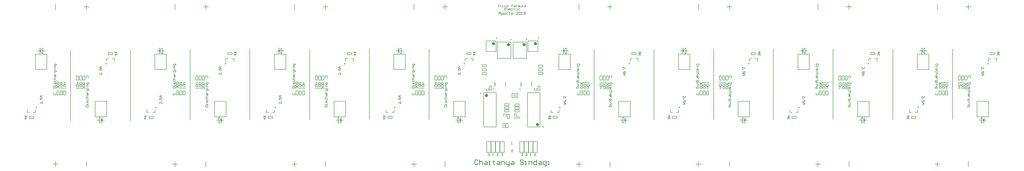
<source format=gto>
G04*
G04 #@! TF.GenerationSoftware,Altium Limited,Altium Designer,19.0.14 (431)*
G04*
G04 Layer_Color=65535*
%FSLAX25Y25*%
%MOIN*%
G70*
G01*
G75*
%ADD10C,0.00600*%
%ADD11C,0.02362*%
%ADD12C,0.00984*%
%ADD13C,0.00591*%
%ADD14C,0.00787*%
%ADD15C,0.00709*%
G36*
X11597Y-4086D02*
X11632Y-4101D01*
X11640Y-4108D01*
X11654Y-4122D01*
X11668Y-4158D01*
X11690Y-4215D01*
X11991Y-5126D01*
X12765Y-4566D01*
X12780Y-4559D01*
X12808Y-4538D01*
X12851Y-4516D01*
X12887Y-4509D01*
X12894D01*
X12923Y-4516D01*
X12952Y-4524D01*
X12988Y-4552D01*
X12995Y-4559D01*
X13009Y-4581D01*
X13023Y-4610D01*
X13031Y-4653D01*
Y-4667D01*
X13016Y-4696D01*
X12988Y-4739D01*
X12966Y-4767D01*
X12930Y-4789D01*
X12156Y-5355D01*
X12930Y-5922D01*
X12937D01*
X12945Y-5936D01*
X12980Y-5965D01*
X13016Y-6008D01*
X13023Y-6029D01*
X13031Y-6058D01*
Y-6065D01*
X13023Y-6094D01*
X13009Y-6122D01*
X12988Y-6158D01*
X12980Y-6165D01*
X12959Y-6180D01*
X12930Y-6194D01*
X12887Y-6201D01*
X12880D01*
X12858Y-6194D01*
X12815Y-6180D01*
X12765Y-6144D01*
X11991Y-5578D01*
X11683Y-6495D01*
X11675Y-6510D01*
X11668Y-6538D01*
X11647Y-6581D01*
X11625Y-6610D01*
X11618D01*
X11604Y-6617D01*
X11575Y-6624D01*
X11539Y-6632D01*
X11532D01*
X11503Y-6624D01*
X11475Y-6617D01*
X11446Y-6596D01*
X11439Y-6588D01*
X11424Y-6567D01*
X11410Y-6538D01*
X11403Y-6502D01*
Y-6474D01*
X11410Y-6445D01*
X11424Y-6402D01*
X11726Y-5491D01*
X10765D01*
X10758D01*
X10751D01*
X10707Y-5484D01*
X10665Y-5477D01*
X10622Y-5456D01*
X10614Y-5448D01*
X10593Y-5427D01*
X10578Y-5391D01*
X10571Y-5348D01*
Y-5341D01*
X10578Y-5312D01*
X10593Y-5283D01*
X10622Y-5255D01*
X10629Y-5248D01*
X10657Y-5233D01*
X10700Y-5219D01*
X10765Y-5212D01*
X11726D01*
X11424Y-4301D01*
X11417Y-4294D01*
X11410Y-4265D01*
X11403Y-4237D01*
Y-4201D01*
X11410Y-4179D01*
X11417Y-4151D01*
X11446Y-4115D01*
X11453Y-4108D01*
X11468Y-4093D01*
X11503Y-4079D01*
X11539Y-4072D01*
X11546D01*
X11568D01*
X11597Y-4086D01*
D02*
G37*
G36*
X-27773D02*
X-27738Y-4101D01*
X-27731Y-4108D01*
X-27716Y-4122D01*
X-27702Y-4158D01*
X-27680Y-4215D01*
X-27379Y-5126D01*
X-26605Y-4566D01*
X-26590Y-4559D01*
X-26562Y-4538D01*
X-26519Y-4516D01*
X-26483Y-4509D01*
X-26476D01*
X-26447Y-4516D01*
X-26418Y-4524D01*
X-26382Y-4552D01*
X-26375Y-4559D01*
X-26361Y-4581D01*
X-26347Y-4610D01*
X-26340Y-4653D01*
Y-4667D01*
X-26354Y-4696D01*
X-26382Y-4739D01*
X-26404Y-4767D01*
X-26440Y-4789D01*
X-27214Y-5355D01*
X-26440Y-5922D01*
X-26433D01*
X-26425Y-5936D01*
X-26390Y-5965D01*
X-26354Y-6008D01*
X-26347Y-6029D01*
X-26340Y-6058D01*
Y-6065D01*
X-26347Y-6094D01*
X-26361Y-6122D01*
X-26382Y-6158D01*
X-26390Y-6165D01*
X-26411Y-6180D01*
X-26440Y-6194D01*
X-26483Y-6201D01*
X-26490D01*
X-26512Y-6194D01*
X-26555Y-6180D01*
X-26605Y-6144D01*
X-27379Y-5578D01*
X-27687Y-6495D01*
X-27695Y-6510D01*
X-27702Y-6538D01*
X-27723Y-6581D01*
X-27745Y-6610D01*
X-27752D01*
X-27766Y-6617D01*
X-27795Y-6624D01*
X-27831Y-6632D01*
X-27838D01*
X-27867Y-6624D01*
X-27895Y-6617D01*
X-27924Y-6596D01*
X-27931Y-6588D01*
X-27946Y-6567D01*
X-27960Y-6538D01*
X-27967Y-6502D01*
Y-6474D01*
X-27960Y-6445D01*
X-27946Y-6402D01*
X-27645Y-5491D01*
X-28605D01*
X-28612D01*
X-28620D01*
X-28663Y-5484D01*
X-28706Y-5477D01*
X-28749Y-5456D01*
X-28756Y-5448D01*
X-28777Y-5427D01*
X-28792Y-5391D01*
X-28799Y-5348D01*
Y-5341D01*
X-28792Y-5312D01*
X-28777Y-5283D01*
X-28749Y-5255D01*
X-28741Y-5248D01*
X-28713Y-5233D01*
X-28670Y-5219D01*
X-28605Y-5212D01*
X-27645D01*
X-27946Y-4301D01*
X-27953Y-4294D01*
X-27960Y-4265D01*
X-27967Y-4237D01*
Y-4201D01*
X-27960Y-4179D01*
X-27953Y-4151D01*
X-27924Y-4115D01*
X-27917Y-4108D01*
X-27903Y-4093D01*
X-27867Y-4079D01*
X-27831Y-4072D01*
X-27824D01*
X-27802D01*
X-27773Y-4086D01*
D02*
G37*
D10*
X13554Y769D02*
X14387Y1155D01*
X14704Y2018D01*
X14317Y2852D01*
X13453Y3168D01*
X-25817Y769D02*
X-24983Y1155D01*
X-24667Y2018D01*
X-25053Y2852D01*
X-25916Y3168D01*
X13453Y-1969D02*
Y1969D01*
X29853Y-1969D02*
Y5906D01*
X13453Y1969D02*
Y5906D01*
X-25916Y-1969D02*
Y1969D01*
X-9516Y-1969D02*
Y5906D01*
X-25916Y1969D02*
Y5906D01*
X-876Y-88905D02*
X304D01*
X-286D01*
Y-85362D01*
X-876Y-85953D01*
Y-97334D02*
X-286Y-96744D01*
X895D01*
X1485Y-97334D01*
Y-99695D01*
X895Y-100286D01*
X-286D01*
X-876Y-99695D01*
Y-97334D01*
X685829Y-122441D02*
Y-114569D01*
X681890Y118502D02*
X689761D01*
X685825Y122438D02*
Y114566D01*
X639368Y122441D02*
Y114569D01*
X643307Y-118502D02*
X635436D01*
X639371Y-122438D02*
Y-114566D01*
X506301Y-122441D02*
Y-114569D01*
X502362Y118502D02*
X510234D01*
X506298Y122438D02*
Y114566D01*
X459841Y122441D02*
Y114569D01*
X463779Y-118502D02*
X455908D01*
X459844Y-122438D02*
Y-114566D01*
X326774Y-122441D02*
Y-114569D01*
X322835Y118502D02*
X330706D01*
X326770Y122438D02*
Y114566D01*
X280313Y122441D02*
Y114569D01*
X284252Y-118502D02*
X276380D01*
X280316Y-122438D02*
Y-114566D01*
X147246Y-122441D02*
Y-114569D01*
X143307Y118502D02*
X151179D01*
X147243Y122438D02*
Y114566D01*
X100786Y122441D02*
Y114569D01*
X104724Y-118502D02*
X96853D01*
X100789Y-122438D02*
Y-114566D01*
X-100786Y-122441D02*
Y-114569D01*
X-104724Y118502D02*
X-96853D01*
X-100789Y122438D02*
Y114566D01*
X-147246Y122441D02*
Y114569D01*
X-143307Y-118502D02*
X-151179D01*
X-147243Y-122438D02*
Y-114566D01*
X-280313Y-122441D02*
Y-114569D01*
X-284252Y118502D02*
X-276380D01*
X-280316Y122438D02*
Y114566D01*
X-326774Y122441D02*
Y114569D01*
X-322835Y-118502D02*
X-330706D01*
X-326770Y-122438D02*
Y-114566D01*
X-459841Y-122441D02*
Y-114569D01*
X-463779Y118502D02*
X-455908D01*
X-459844Y122438D02*
Y114566D01*
X-506301Y122441D02*
Y114569D01*
X-502362Y-118502D02*
X-510234D01*
X-506298Y-122438D02*
Y-114566D01*
X-639368Y-122441D02*
Y-114569D01*
X-643307Y118502D02*
X-635436D01*
X-639371Y122438D02*
Y114566D01*
X-685829Y122441D02*
Y114569D01*
X-681890Y-118502D02*
X-689761D01*
X-685825Y-122438D02*
Y-114566D01*
X13976Y-103216D02*
X14534Y-102659D01*
X15649D01*
X16207Y-103216D01*
Y-103774D01*
X15649Y-104331D01*
X15091D01*
X15649D01*
X16207Y-104889D01*
Y-105446D01*
X15649Y-106004D01*
X14534D01*
X13976Y-105446D01*
X22897Y-106004D02*
X20667D01*
X22897Y-103774D01*
Y-103216D01*
X22340Y-102659D01*
X21225D01*
X20667Y-103216D01*
X27358Y-106004D02*
X28473D01*
X27915D01*
Y-102659D01*
X27358Y-103216D01*
X33491D02*
X34049Y-102659D01*
X35164D01*
X35721Y-103216D01*
Y-105446D01*
X35164Y-106004D01*
X34049D01*
X33491Y-105446D01*
Y-103216D01*
X-35630D02*
X-35072Y-102659D01*
X-33957D01*
X-33400Y-103216D01*
Y-105446D01*
X-33957Y-106004D01*
X-35072D01*
X-35630Y-105446D01*
Y-103216D01*
X-28939Y-106004D02*
X-27824D01*
X-28382D01*
Y-102659D01*
X-28939Y-103216D01*
X-20576Y-106004D02*
X-22806D01*
X-20576Y-103774D01*
Y-103216D01*
X-21133Y-102659D01*
X-22248D01*
X-22806Y-103216D01*
X-16115D02*
X-15558Y-102659D01*
X-14443D01*
X-13885Y-103216D01*
Y-103774D01*
X-14443Y-104331D01*
X-15000D01*
X-14443D01*
X-13885Y-104889D01*
Y-105446D01*
X-14443Y-106004D01*
X-15558D01*
X-16115Y-105446D01*
X-8891Y116782D02*
X-11024D01*
Y113583D01*
X-8891D01*
X-11024Y115182D02*
X-9957D01*
X-7825Y113583D02*
X-6758D01*
X-7292D01*
Y116782D01*
X-7825D01*
X-3559Y113583D02*
X-4626D01*
X-5159Y114116D01*
Y115182D01*
X-4626Y115715D01*
X-3559D01*
X-3026Y115182D01*
Y114649D01*
X-5159D01*
X173Y115715D02*
X-1427D01*
X-1960Y115182D01*
Y114116D01*
X-1427Y113583D01*
X173D01*
X1772Y116249D02*
Y115715D01*
X1239D01*
X2305D01*
X1772D01*
Y114116D01*
X2305Y113583D01*
X3905Y115715D02*
Y113583D01*
Y114649D01*
X4438Y115182D01*
X4971Y115715D01*
X5504D01*
X7104Y113583D02*
X8170D01*
X7637D01*
Y115715D01*
X7104D01*
X11902D02*
X10303D01*
X9770Y115182D01*
Y114116D01*
X10303Y113583D01*
X11902D01*
X-20079Y121506D02*
X-19012D01*
X-19546D01*
Y118307D01*
X-20079D01*
X-19012D01*
X-17413D02*
X-16347D01*
X-16880D01*
Y121506D01*
X-17413D01*
X-14747Y118307D02*
X-13681D01*
X-14214D01*
Y121506D01*
X-14747D01*
X-12081Y118307D02*
X-11015D01*
X-11548D01*
Y120440D01*
X-12081D01*
X-9415Y118307D02*
Y120440D01*
X-7816D01*
X-7283Y119907D01*
Y118307D01*
X-6217D02*
X-5150D01*
X-5683D01*
Y120440D01*
X-6217D01*
X1781Y121506D02*
X-352D01*
Y119907D01*
X715D01*
X-352D01*
Y118307D01*
X3380D02*
X4447D01*
X4980Y118840D01*
Y119907D01*
X4447Y120440D01*
X3380D01*
X2847Y119907D01*
Y118840D01*
X3380Y118307D01*
X6046Y120440D02*
Y118307D01*
Y119373D01*
X6579Y119907D01*
X7113Y120440D01*
X7646D01*
X9245Y118307D02*
Y120440D01*
X9778D01*
X10311Y119907D01*
Y118307D01*
Y119907D01*
X10845Y120440D01*
X11378Y119907D01*
Y118307D01*
X12444Y120440D02*
Y118840D01*
X12977Y118307D01*
X14577D01*
Y120440D01*
X15643Y118307D02*
X16709D01*
X16176D01*
Y121506D01*
X15643D01*
X18842Y120440D02*
X19908D01*
X20441Y119907D01*
Y118307D01*
X18842D01*
X18309Y118840D01*
X18842Y119373D01*
X20441D01*
D11*
X36220Y63189D02*
X35776Y64112D01*
X34776Y64341D01*
X33975Y63701D01*
Y62677D01*
X34776Y62037D01*
X35776Y62266D01*
X36220Y63189D01*
X19291Y61614D02*
X18847Y62538D01*
X17847Y62766D01*
X17046Y62127D01*
Y61102D01*
X17847Y60463D01*
X18847Y60691D01*
X19291Y61614D01*
X-26772Y63189D02*
X-27216Y64112D01*
X-28216Y64341D01*
X-29017Y63701D01*
Y62677D01*
X-28216Y62037D01*
X-27216Y62266D01*
X-26772Y63189D01*
X-4331Y61614D02*
X-4775Y62538D01*
X-5775Y62766D01*
X-6576Y62127D01*
Y61102D01*
X-5775Y60463D01*
X-4775Y60691D01*
X-4331Y61614D01*
X39370Y-58661D02*
X38925Y-57738D01*
X37926Y-57510D01*
X37125Y-58149D01*
Y-59174D01*
X37926Y-59813D01*
X38925Y-59585D01*
X39370Y-58661D01*
X-37402Y-14961D02*
X-37846Y-14037D01*
X-38846Y-13809D01*
X-39647Y-14448D01*
Y-15473D01*
X-38846Y-16112D01*
X-37846Y-15884D01*
X-37402Y-14961D01*
D12*
X40335Y71850D02*
X39597Y72277D01*
Y71424D01*
X40335Y71850D01*
X22224Y69390D02*
X21486Y69816D01*
Y68964D01*
X22224Y69390D01*
X-22658Y71850D02*
X-23396Y72277D01*
Y71424D01*
X-22658Y71850D01*
X-1398Y69390D02*
X-2136Y69816D01*
Y68964D01*
X-1398Y69390D01*
X715354Y32972D02*
X714616Y33399D01*
Y32546D01*
X715354Y32972D01*
X610827Y-32972D02*
X610089Y-32546D01*
Y-33399D01*
X610827Y-32972D01*
X535827Y32972D02*
X535089Y33399D01*
Y32546D01*
X535827Y32972D01*
X431299Y-32972D02*
X430561Y-32546D01*
Y-33399D01*
X431299Y-32972D01*
X356299Y32972D02*
X355561Y33399D01*
Y32546D01*
X356299Y32972D01*
X251772Y-32972D02*
X251033Y-32546D01*
Y-33399D01*
X251772Y-32972D01*
X176772Y32972D02*
X176033Y33399D01*
Y32546D01*
X176772Y32972D01*
X72244Y-32972D02*
X71506Y-32546D01*
Y-33399D01*
X72244Y-32972D01*
X-71260Y32972D02*
X-71998Y33399D01*
Y32546D01*
X-71260Y32972D01*
X-175787Y-32972D02*
X-176526Y-32546D01*
Y-33399D01*
X-175787Y-32972D01*
X-250787Y32972D02*
X-251526Y33399D01*
Y32546D01*
X-250787Y32972D01*
X-355315Y-32972D02*
X-356053Y-32546D01*
Y-33399D01*
X-355315Y-32972D01*
X-430315Y32972D02*
X-431053Y33399D01*
Y32546D01*
X-430315Y32972D01*
X-534842Y-32972D02*
X-535581Y-32546D01*
Y-33399D01*
X-534842Y-32972D01*
X-609842Y32972D02*
X-610581Y33399D01*
Y32546D01*
X-609842Y32972D01*
X-714370Y-32972D02*
X-715108Y-32546D01*
Y-33399D01*
X-714370Y-32972D01*
X46949Y-62106D02*
X46211Y-61680D01*
Y-62533D01*
X46949Y-62106D01*
X-46358Y-11516D02*
X-47096Y-11090D01*
Y-11942D01*
X-46358Y-11516D01*
X-51380Y-113191D02*
X-52560Y-112010D01*
X-54922D01*
X-56102Y-113191D01*
Y-117914D01*
X-54922Y-119095D01*
X-52560D01*
X-51380Y-117914D01*
X-49018Y-112010D02*
Y-119095D01*
Y-115552D01*
X-47837Y-114372D01*
X-45476D01*
X-44295Y-115552D01*
Y-119095D01*
X-40753Y-114372D02*
X-38392D01*
X-37211Y-115552D01*
Y-119095D01*
X-40753D01*
X-41934Y-117914D01*
X-40753Y-116733D01*
X-37211D01*
X-34849Y-119095D02*
X-32488D01*
X-33669D01*
Y-114372D01*
X-34849D01*
X-27765Y-113191D02*
Y-114372D01*
X-28946D01*
X-26584D01*
X-27765D01*
Y-117914D01*
X-26584Y-119095D01*
X-21861Y-114372D02*
X-19500D01*
X-18319Y-115552D01*
Y-119095D01*
X-21861D01*
X-23042Y-117914D01*
X-21861Y-116733D01*
X-18319D01*
X-15958Y-119095D02*
Y-114372D01*
X-12416D01*
X-11235Y-115552D01*
Y-119095D01*
X-8874Y-114372D02*
Y-117914D01*
X-7693Y-119095D01*
X-4151D01*
Y-120275D01*
X-5331Y-121456D01*
X-6512D01*
X-4151Y-119095D02*
Y-114372D01*
X-609D02*
X1753D01*
X2934Y-115552D01*
Y-119095D01*
X-609D01*
X-1789Y-117914D01*
X-609Y-116733D01*
X2934D01*
X17102Y-113191D02*
X15922Y-112010D01*
X13560D01*
X12379Y-113191D01*
Y-114372D01*
X13560Y-115552D01*
X15922D01*
X17102Y-116733D01*
Y-117914D01*
X15922Y-119095D01*
X13560D01*
X12379Y-117914D01*
X19464Y-119095D02*
X21825D01*
X20644D01*
Y-114372D01*
X19464D01*
X25367Y-119095D02*
Y-114372D01*
X28910D01*
X30090Y-115552D01*
Y-119095D01*
X37174Y-112010D02*
Y-119095D01*
X33632D01*
X32452Y-117914D01*
Y-115552D01*
X33632Y-114372D01*
X37174D01*
X40717D02*
X43078D01*
X44259Y-115552D01*
Y-119095D01*
X40717D01*
X39536Y-117914D01*
X40717Y-116733D01*
X44259D01*
X48982Y-121456D02*
X50162D01*
X51343Y-120275D01*
Y-114372D01*
X47801D01*
X46620Y-115552D01*
Y-117914D01*
X47801Y-119095D01*
X51343D01*
X53705D02*
X56066D01*
X54885D01*
Y-114372D01*
X53705D01*
D13*
X698819Y-47244D02*
Y-24016D01*
Y-47244D02*
X716142D01*
Y-24016D01*
X698819D02*
X716142D01*
X701968Y-52165D02*
X712795D01*
X704921D02*
Y-48228D01*
X705463D01*
X709400Y-52165D01*
X705463Y-56102D02*
X709400Y-52165D01*
X704921Y-56102D02*
X705463D01*
X704921D02*
Y-52165D01*
X709400D01*
Y-48228D01*
Y-56102D02*
Y-48228D01*
X707874Y-56102D02*
X709400D01*
X626378Y24016D02*
Y47244D01*
X609055D02*
X626378D01*
X609055Y24016D02*
Y47244D01*
Y24016D02*
X626378D01*
X612402Y52165D02*
X623228D01*
X620276Y48228D02*
Y52165D01*
X619734Y48228D02*
X620276D01*
X615797Y52165D02*
X619734Y48228D01*
X615797Y52165D02*
X619734Y56102D01*
X620276D01*
Y52165D02*
Y56102D01*
X615797Y52165D02*
X620276D01*
X615797Y48228D02*
Y52165D01*
Y48228D02*
Y56102D01*
X617323D01*
X519291Y-47244D02*
Y-24016D01*
Y-47244D02*
X536614D01*
Y-24016D01*
X519291D02*
X536614D01*
X522441Y-52165D02*
X533268D01*
X525394D02*
Y-48228D01*
X525935D01*
X529872Y-52165D01*
X525935Y-56102D02*
X529872Y-52165D01*
X525394Y-56102D02*
X525935D01*
X525394D02*
Y-52165D01*
X529872D01*
Y-48228D01*
Y-56102D02*
Y-48228D01*
X528346Y-56102D02*
X529872D01*
X446850Y24016D02*
Y47244D01*
X429528D02*
X446850D01*
X429528Y24016D02*
Y47244D01*
Y24016D02*
X446850D01*
X432874Y52165D02*
X443701D01*
X440748Y48228D02*
Y52165D01*
X440207Y48228D02*
X440748D01*
X436270Y52165D02*
X440207Y48228D01*
X436270Y52165D02*
X440207Y56102D01*
X440748D01*
Y52165D02*
Y56102D01*
X436270Y52165D02*
X440748D01*
X436270Y48228D02*
Y52165D01*
Y48228D02*
Y56102D01*
X437795D01*
X339764Y-47244D02*
Y-24016D01*
Y-47244D02*
X357087D01*
Y-24016D01*
X339764D02*
X357087D01*
X342913Y-52165D02*
X353740D01*
X345866D02*
Y-48228D01*
X346408D01*
X350344Y-52165D01*
X346408Y-56102D02*
X350344Y-52165D01*
X345866Y-56102D02*
X346408D01*
X345866D02*
Y-52165D01*
X350344D01*
Y-48228D01*
Y-56102D02*
Y-48228D01*
X348819Y-56102D02*
X350344D01*
X267323Y24016D02*
Y47244D01*
X250000D02*
X267323D01*
X250000Y24016D02*
Y47244D01*
Y24016D02*
X267323D01*
X253346Y52165D02*
X264173D01*
X261221Y48228D02*
Y52165D01*
X260679Y48228D02*
X261221D01*
X256742Y52165D02*
X260679Y48228D01*
X256742Y52165D02*
X260679Y56102D01*
X261221D01*
Y52165D02*
Y56102D01*
X256742Y52165D02*
X261221D01*
X256742Y48228D02*
Y52165D01*
Y48228D02*
Y56102D01*
X258268D01*
X160236Y-47244D02*
Y-24016D01*
Y-47244D02*
X177559D01*
Y-24016D01*
X160236D02*
X177559D01*
X163386Y-52165D02*
X174213D01*
X166339D02*
Y-48228D01*
X166880D01*
X170817Y-52165D01*
X166880Y-56102D02*
X170817Y-52165D01*
X166339Y-56102D02*
X166880D01*
X166339D02*
Y-52165D01*
X170817D01*
Y-48228D01*
Y-56102D02*
Y-48228D01*
X169291Y-56102D02*
X170817D01*
X87795Y24016D02*
Y47244D01*
X70472D02*
X87795D01*
X70472Y24016D02*
Y47244D01*
Y24016D02*
X87795D01*
X73819Y52165D02*
X84646D01*
X81693Y48228D02*
Y52165D01*
X81152Y48228D02*
X81693D01*
X77215Y52165D02*
X81152Y48228D01*
X77215Y52165D02*
X81152Y56102D01*
X81693D01*
Y52165D02*
Y56102D01*
X77215Y52165D02*
X81693D01*
X77215Y48228D02*
Y52165D01*
Y48228D02*
Y56102D01*
X78740D01*
X-87795Y-47244D02*
Y-24016D01*
Y-47244D02*
X-70472D01*
Y-24016D01*
X-87795D02*
X-70472D01*
X-84646Y-52165D02*
X-73819D01*
X-81693D02*
Y-48228D01*
X-81152D01*
X-77215Y-52165D01*
X-81152Y-56102D02*
X-77215Y-52165D01*
X-81693Y-56102D02*
X-81152D01*
X-81693D02*
Y-52165D01*
X-77215D01*
Y-48228D01*
Y-56102D02*
Y-48228D01*
X-78740Y-56102D02*
X-77215D01*
X-160236Y24016D02*
Y47244D01*
X-177559D02*
X-160236D01*
X-177559Y24016D02*
Y47244D01*
Y24016D02*
X-160236D01*
X-174213Y52165D02*
X-163386D01*
X-166339Y48228D02*
Y52165D01*
X-166880Y48228D02*
X-166339D01*
X-170817Y52165D02*
X-166880Y48228D01*
X-170817Y52165D02*
X-166880Y56102D01*
X-166339D01*
Y52165D02*
Y56102D01*
X-170817Y52165D02*
X-166339D01*
X-170817Y48228D02*
Y52165D01*
Y48228D02*
Y56102D01*
X-169291D01*
X-267323Y-47244D02*
Y-24016D01*
Y-47244D02*
X-250000D01*
Y-24016D01*
X-267323D02*
X-250000D01*
X-264173Y-52165D02*
X-253346D01*
X-261221D02*
Y-48228D01*
X-260679D01*
X-256742Y-52165D01*
X-260679Y-56102D02*
X-256742Y-52165D01*
X-261221Y-56102D02*
X-260679D01*
X-261221D02*
Y-52165D01*
X-256742D01*
Y-48228D01*
Y-56102D02*
Y-48228D01*
X-258268Y-56102D02*
X-256742D01*
X-339764Y24016D02*
Y47244D01*
X-357087D02*
X-339764D01*
X-357087Y24016D02*
Y47244D01*
Y24016D02*
X-339764D01*
X-353740Y52165D02*
X-342913D01*
X-345866Y48228D02*
Y52165D01*
X-346408Y48228D02*
X-345866D01*
X-350344Y52165D02*
X-346408Y48228D01*
X-350344Y52165D02*
X-346408Y56102D01*
X-345866D01*
Y52165D02*
Y56102D01*
X-350344Y52165D02*
X-345866D01*
X-350344Y48228D02*
Y52165D01*
Y48228D02*
Y56102D01*
X-348819D01*
X-446850Y-47244D02*
Y-24016D01*
Y-47244D02*
X-429528D01*
Y-24016D01*
X-446850D02*
X-429528D01*
X-443701Y-52165D02*
X-432874D01*
X-440748D02*
Y-48228D01*
X-440207D01*
X-436270Y-52165D01*
X-440207Y-56102D02*
X-436270Y-52165D01*
X-440748Y-56102D02*
X-440207D01*
X-440748D02*
Y-52165D01*
X-436270D01*
Y-48228D01*
Y-56102D02*
Y-48228D01*
X-437795Y-56102D02*
X-436270D01*
X-519291Y24016D02*
Y47244D01*
X-536614D02*
X-519291D01*
X-536614Y24016D02*
Y47244D01*
Y24016D02*
X-519291D01*
X-533268Y52165D02*
X-522441D01*
X-525394Y48228D02*
Y52165D01*
X-525935Y48228D02*
X-525394D01*
X-529872Y52165D02*
X-525935Y48228D01*
X-529872Y52165D02*
X-525935Y56102D01*
X-525394D01*
Y52165D02*
Y56102D01*
X-529872Y52165D02*
X-525394D01*
X-529872Y48228D02*
Y52165D01*
Y48228D02*
Y56102D01*
X-528346D01*
X-626378Y-47244D02*
Y-24016D01*
Y-47244D02*
X-609055D01*
Y-24016D01*
X-626378D02*
X-609055D01*
X-623228Y-52165D02*
X-612402D01*
X-620276D02*
Y-48228D01*
X-619734D01*
X-615797Y-52165D01*
X-619734Y-56102D02*
X-615797Y-52165D01*
X-620276Y-56102D02*
X-619734D01*
X-620276D02*
Y-52165D01*
X-615797D01*
Y-48228D01*
Y-56102D02*
Y-48228D01*
X-617323Y-56102D02*
X-615797D01*
X-698819Y24016D02*
Y47244D01*
X-716142D02*
X-698819D01*
X-716142Y24016D02*
Y47244D01*
Y24016D02*
X-698819D01*
X-712795Y52165D02*
X-701968D01*
X-704921Y48228D02*
Y52165D01*
X-705463Y48228D02*
X-704921D01*
X-709400Y52165D02*
X-705463Y48228D01*
X-709400Y52165D02*
X-705463Y56102D01*
X-704921D01*
Y52165D02*
Y56102D01*
X-709400Y52165D02*
X-704921D01*
X-709400Y48228D02*
Y52165D01*
Y48228D02*
Y56102D01*
X-707874D01*
X33937Y-7088D02*
Y-3939D01*
Y-7088D02*
X37087D01*
Y-3938D01*
X42111Y-7088D02*
Y-788D01*
X38962Y-7088D02*
X42111D01*
X38962D02*
Y-788D01*
X42111D01*
X-38544Y-7088D02*
Y-3939D01*
Y-7088D02*
X-35394D01*
Y-3938D01*
X-30558Y-7087D02*
Y-787D01*
X-33708Y-7087D02*
X-30558D01*
X-33708D02*
Y-787D01*
X-30558D01*
X46260Y27559D02*
Y30709D01*
X39961D02*
X46260D01*
X39961Y27559D02*
Y30709D01*
Y27559D02*
X46260D01*
Y16535D02*
Y19685D01*
X39961Y16535D02*
X46260D01*
X39961Y19685D02*
X46260D01*
X39961Y16535D02*
Y19685D01*
Y22047D02*
Y25197D01*
Y22047D02*
X46260D01*
Y25197D01*
X39961D02*
X46260D01*
X-9055Y-63386D02*
X-5906D01*
X-9055D02*
Y-57087D01*
X-5906Y-63386D02*
Y-57087D01*
X-9055D02*
X-5906D01*
X112795Y-14370D02*
X115945D01*
X112795D02*
Y-8071D01*
X115945Y-14370D02*
Y-8071D01*
X112795D02*
X115945D01*
X98032Y-14370D02*
Y-11221D01*
Y-14370D02*
X101181D01*
Y-11220D01*
X107874Y-8072D02*
X111024D01*
Y-14371D02*
Y-8072D01*
X107874Y-14371D02*
Y-8072D01*
Y-14371D02*
X111024D01*
X102953Y-14370D02*
X106102D01*
X102953D02*
Y-8071D01*
X106102Y-14370D02*
Y-8071D01*
X102953D02*
X106102D01*
X68012Y-49606D02*
Y-46457D01*
X61713Y-49606D02*
X68012D01*
X61713Y-46457D02*
X68012D01*
X61713Y-49606D02*
Y-46457D01*
X651378Y-14370D02*
X654528D01*
X651378D02*
Y-8071D01*
X654528Y-14370D02*
Y-8071D01*
X651378D02*
X654528D01*
X636614Y-14370D02*
Y-11221D01*
Y-14370D02*
X639764D01*
Y-11220D01*
X646457Y-8072D02*
X649606D01*
Y-14371D02*
Y-8072D01*
X646457Y-14371D02*
Y-8072D01*
Y-14371D02*
X649606D01*
X641535Y-14370D02*
X644685D01*
X641535D02*
Y-8071D01*
X644685Y-14370D02*
Y-8071D01*
X641535D02*
X644685D01*
X606595Y-49606D02*
Y-46457D01*
X600295Y-49606D02*
X606595D01*
X600295Y-46457D02*
X606595D01*
X600295Y-49606D02*
Y-46457D01*
X292323Y-14370D02*
X295472D01*
X292323D02*
Y-8071D01*
X295472Y-14370D02*
Y-8071D01*
X292323D02*
X295472D01*
X277559Y-14370D02*
Y-11221D01*
Y-14370D02*
X280709D01*
Y-11220D01*
X287402Y-8072D02*
X290551D01*
Y-14371D02*
Y-8072D01*
X287402Y-14371D02*
Y-8072D01*
Y-14371D02*
X290551D01*
X282480Y-14370D02*
X285630D01*
X282480D02*
Y-8071D01*
X285630Y-14370D02*
Y-8071D01*
X282480D02*
X285630D01*
X247539Y-49606D02*
Y-46457D01*
X241240Y-49606D02*
X247539D01*
X241240Y-46457D02*
X247539D01*
X241240Y-49606D02*
Y-46457D01*
X471850Y-14370D02*
X475000D01*
X471850D02*
Y-8071D01*
X475000Y-14370D02*
Y-8071D01*
X471850D02*
X475000D01*
X457087Y-14370D02*
Y-11221D01*
Y-14370D02*
X460236D01*
Y-11220D01*
X466929Y-8072D02*
X470079D01*
Y-14371D02*
Y-8072D01*
X466929Y-14371D02*
Y-8072D01*
Y-14371D02*
X470079D01*
X462008Y-14370D02*
X465158D01*
X462008D02*
Y-8071D01*
X465158Y-14370D02*
Y-8071D01*
X462008D02*
X465158D01*
X427067Y-49606D02*
Y-46457D01*
X420768Y-49606D02*
X427067D01*
X420768Y-46457D02*
X427067D01*
X420768Y-49606D02*
Y-46457D01*
X491142Y14370D02*
X494291D01*
Y8071D02*
Y14370D01*
X491142Y8071D02*
Y14370D01*
Y8071D02*
X494291D01*
X509055Y11221D02*
Y14370D01*
X505905D02*
X509055D01*
X505905Y11220D02*
Y14370D01*
X496063Y8072D02*
X499213D01*
X496063D02*
Y14371D01*
X499213Y8072D02*
Y14371D01*
X496063D02*
X499213D01*
X500984Y14370D02*
X504134D01*
Y8071D02*
Y14370D01*
X500984Y8071D02*
Y14370D01*
Y8071D02*
X504134D01*
X539075Y46457D02*
Y49606D01*
X545374D01*
X539075Y46457D02*
X545374D01*
Y49606D01*
X311614Y14370D02*
X314764D01*
Y8071D02*
Y14370D01*
X311614Y8071D02*
Y14370D01*
Y8071D02*
X314764D01*
X329528Y11221D02*
Y14370D01*
X326378D02*
X329528D01*
X326378Y11220D02*
Y14370D01*
X316535Y8072D02*
X319685D01*
X316535D02*
Y14371D01*
X319685Y8072D02*
Y14371D01*
X316535D02*
X319685D01*
X321457Y14370D02*
X324606D01*
Y8071D02*
Y14370D01*
X321457Y8071D02*
Y14370D01*
Y8071D02*
X324606D01*
X359547Y46457D02*
Y49606D01*
X365846D01*
X359547Y46457D02*
X365846D01*
Y49606D01*
X132087Y14370D02*
X135236D01*
Y8071D02*
Y14370D01*
X132087Y8071D02*
Y14370D01*
Y8071D02*
X135236D01*
X150000Y11221D02*
Y14370D01*
X146850D02*
X150000D01*
X146850Y11220D02*
Y14370D01*
X137008Y8072D02*
X140157D01*
X137008D02*
Y14371D01*
X140157Y8072D02*
Y14371D01*
X137008D02*
X140157D01*
X141929Y14370D02*
X145079D01*
Y8071D02*
Y14370D01*
X141929Y8071D02*
Y14370D01*
Y8071D02*
X145079D01*
X180020Y46457D02*
Y49606D01*
X186319D01*
X180020Y46457D02*
X186319D01*
Y49606D01*
X670669Y14370D02*
X673819D01*
Y8071D02*
Y14370D01*
X670669Y8071D02*
Y14370D01*
Y8071D02*
X673819D01*
X688583Y11221D02*
Y14370D01*
X685433D02*
X688583D01*
X685433Y11220D02*
Y14370D01*
X675591Y8072D02*
X678740D01*
X675591D02*
Y14371D01*
X678740Y8072D02*
Y14371D01*
X675591D02*
X678740D01*
X680512Y14370D02*
X683661D01*
Y8071D02*
Y14370D01*
X680512Y8071D02*
Y14370D01*
Y8071D02*
X683661D01*
X718602Y46457D02*
Y49606D01*
X724902D01*
X718602Y46457D02*
X724902D01*
Y49606D01*
X-295472Y14370D02*
X-292323D01*
Y8071D02*
Y14370D01*
X-295472Y8071D02*
Y14370D01*
Y8071D02*
X-292323D01*
X-277559Y11221D02*
Y14370D01*
X-280709D02*
X-277559D01*
X-280709Y11220D02*
Y14370D01*
X-290551Y8072D02*
X-287402D01*
X-290551D02*
Y14371D01*
X-287402Y8072D02*
Y14371D01*
X-290551D02*
X-287402D01*
X-285630Y14370D02*
X-282480D01*
Y8071D02*
Y14370D01*
X-285630Y8071D02*
Y14370D01*
Y8071D02*
X-282480D01*
X-247539Y46457D02*
Y49606D01*
X-241240D01*
X-247539Y46457D02*
X-241240D01*
Y49606D01*
X-475000Y14370D02*
X-471850D01*
Y8071D02*
Y14370D01*
X-475000Y8071D02*
Y14370D01*
Y8071D02*
X-471850D01*
X-457087Y11221D02*
Y14370D01*
X-460236D02*
X-457087D01*
X-460236Y11220D02*
Y14370D01*
X-470079Y8072D02*
X-466929D01*
X-470079D02*
Y14371D01*
X-466929Y8072D02*
Y14371D01*
X-470079D02*
X-466929D01*
X-465158Y14370D02*
X-462008D01*
Y8071D02*
Y14370D01*
X-465158Y8071D02*
Y14370D01*
Y8071D02*
X-462008D01*
X-427067Y46457D02*
Y49606D01*
X-420768D01*
X-427067Y46457D02*
X-420768D01*
Y49606D01*
X-115945Y14370D02*
X-112795D01*
Y8071D02*
Y14370D01*
X-115945Y8071D02*
Y14370D01*
Y8071D02*
X-112795D01*
X-98032Y11221D02*
Y14370D01*
X-101181D02*
X-98032D01*
X-101181Y11220D02*
Y14370D01*
X-111024Y8072D02*
X-107874D01*
X-111024D02*
Y14371D01*
X-107874Y8072D02*
Y14371D01*
X-111024D02*
X-107874D01*
X-106102Y14370D02*
X-102953D01*
Y8071D02*
Y14370D01*
X-106102Y8071D02*
Y14370D01*
Y8071D02*
X-102953D01*
X-68012Y46457D02*
Y49606D01*
X-61713D01*
X-68012Y46457D02*
X-61713D01*
Y49606D01*
X-135236Y-14370D02*
X-132087D01*
X-135236D02*
Y-8071D01*
X-132087Y-14370D02*
Y-8071D01*
X-135236D02*
X-132087D01*
X-150000Y-14370D02*
Y-11221D01*
Y-14370D02*
X-146850D01*
Y-11220D01*
X-140157Y-8072D02*
X-137008D01*
Y-14371D02*
Y-8072D01*
X-140157Y-14371D02*
Y-8072D01*
Y-14371D02*
X-137008D01*
X-145079Y-14370D02*
X-141929D01*
X-145079D02*
Y-8071D01*
X-141929Y-14370D02*
Y-8071D01*
X-145079D02*
X-141929D01*
X-180020Y-49606D02*
Y-46457D01*
X-186319Y-49606D02*
X-180020D01*
X-186319Y-46457D02*
X-180020D01*
X-186319Y-49606D02*
Y-46457D01*
X-314764Y-14370D02*
X-311614D01*
X-314764D02*
Y-8071D01*
X-311614Y-14370D02*
Y-8071D01*
X-314764D02*
X-311614D01*
X-329528Y-14370D02*
Y-11221D01*
Y-14370D02*
X-326378D01*
Y-11220D01*
X-319685Y-8072D02*
X-316535D01*
Y-14371D02*
Y-8072D01*
X-319685Y-14371D02*
Y-8072D01*
Y-14371D02*
X-316535D01*
X-324606Y-14370D02*
X-321457D01*
X-324606D02*
Y-8071D01*
X-321457Y-14370D02*
Y-8071D01*
X-324606D02*
X-321457D01*
X-359547Y-49606D02*
Y-46457D01*
X-365846Y-49606D02*
X-359547D01*
X-365846Y-46457D02*
X-359547D01*
X-365846Y-49606D02*
Y-46457D01*
X-494291Y-14370D02*
X-491142D01*
X-494291D02*
Y-8071D01*
X-491142Y-14370D02*
Y-8071D01*
X-494291D02*
X-491142D01*
X-509055Y-14370D02*
Y-11221D01*
Y-14370D02*
X-505905D01*
Y-11220D01*
X-499213Y-8072D02*
X-496063D01*
Y-14371D02*
Y-8072D01*
X-499213Y-14371D02*
Y-8072D01*
Y-14371D02*
X-496063D01*
X-504134Y-14370D02*
X-500984D01*
X-504134D02*
Y-8071D01*
X-500984Y-14370D02*
Y-8071D01*
X-504134D02*
X-500984D01*
X-539075Y-49606D02*
Y-46457D01*
X-545374Y-49606D02*
X-539075D01*
X-545374Y-46457D02*
X-539075D01*
X-545374Y-49606D02*
Y-46457D01*
X-606595Y46457D02*
Y49606D01*
X-600295D01*
X-606595Y46457D02*
X-600295D01*
Y49606D01*
X-718602Y-49606D02*
Y-46457D01*
X-724902Y-49606D02*
X-718602D01*
X-724902Y-46457D02*
X-718602D01*
X-724902Y-49606D02*
Y-46457D01*
X-644685Y8071D02*
Y14370D01*
X-641535D01*
Y8071D02*
Y14370D01*
X-644685Y8071D02*
X-641535D01*
X-680512Y-14370D02*
Y-8071D01*
X-683661Y-14370D02*
X-680512D01*
X-683661D02*
Y-8071D01*
X-680512D01*
X-44488Y16142D02*
X-38189D01*
Y19291D01*
X-44488D02*
X-38189D01*
X-44488Y16142D02*
Y19291D01*
X-646457Y8072D02*
Y14371D01*
X-649606Y8072D02*
X-646457D01*
X-649606D02*
Y14371D01*
X-646457D01*
X-678740Y-14371D02*
Y-8072D01*
X-675591D01*
Y-14371D02*
Y-8072D01*
X-678740Y-14371D02*
X-675591D01*
X79Y-18150D02*
Y-11850D01*
X3228D01*
Y-18150D02*
Y-11850D01*
X79Y-18150D02*
X3228D01*
X-44488Y27953D02*
X-38189D01*
Y31102D01*
X-44488D02*
X-38189D01*
X-44488Y27953D02*
Y31102D01*
X6693Y-49213D02*
Y-42913D01*
X3543Y-49213D02*
X6693D01*
X3543D02*
Y-42913D01*
X6693D01*
X-7087Y-49409D02*
Y-43110D01*
X-3937D01*
Y-49409D02*
Y-43110D01*
X-7087Y-49409D02*
X-3937D01*
X-636614Y11221D02*
Y14370D01*
X-639764D02*
X-636614D01*
X-639764Y11220D02*
Y14370D01*
X-688583Y-14370D02*
Y-11221D01*
Y-14370D02*
X-685433D01*
Y-11220D01*
X8661Y-49213D02*
Y-46064D01*
Y-49213D02*
X11811D01*
Y-46063D01*
X-9055Y-46062D02*
Y-42913D01*
X-12205D02*
X-9055D01*
X-12205Y-46063D02*
Y-42913D01*
X4331Y-36614D02*
X10630D01*
Y-39764D02*
Y-36614D01*
X4331Y-39764D02*
X10630D01*
X4331D02*
Y-36614D01*
X-11024Y-30709D02*
X-4724D01*
X-11024D02*
Y-27559D01*
X-4724D01*
Y-30709D02*
Y-27559D01*
X4331Y-27953D02*
X10630D01*
Y-31102D02*
Y-27953D01*
X4331Y-31102D02*
X10630D01*
X4331D02*
Y-27953D01*
X-11024Y-39764D02*
X-4724D01*
X-11024D02*
Y-36614D01*
X-4724D01*
Y-39764D02*
Y-36614D01*
X4331Y-32283D02*
X10630D01*
Y-35433D02*
Y-32283D01*
X4331Y-35433D02*
X10630D01*
X4331D02*
Y-32283D01*
X-11024Y-35315D02*
X-4724D01*
X-11024D02*
Y-32165D01*
X-4724D01*
Y-35315D02*
Y-32165D01*
X-654528Y8071D02*
Y14370D01*
X-651378D01*
Y8071D02*
Y14370D01*
X-654528Y8071D02*
X-651378D01*
X-670669Y-14370D02*
Y-8071D01*
X-673819Y-14370D02*
X-670669D01*
X-673819D02*
Y-8071D01*
X-670669D01*
X8701Y-18071D02*
Y-11772D01*
X5551Y-18071D02*
X8701D01*
X5551D02*
Y-11772D01*
X8701D01*
X-13780Y-63386D02*
Y-57087D01*
X-10630D01*
Y-63386D02*
Y-57087D01*
X-13780Y-63386D02*
X-10630D01*
X-44488Y25197D02*
X-38189D01*
X-44488Y22047D02*
Y25197D01*
Y22047D02*
X-38189D01*
Y25197D01*
D14*
X24016Y50984D02*
Y67126D01*
X38976Y50984D02*
Y67126D01*
X24016Y50984D02*
X38976D01*
X24016Y67126D02*
X38976D01*
X1575Y40748D02*
Y65551D01*
X22047Y40748D02*
Y65551D01*
X1575Y40748D02*
X22047D01*
X1575Y65551D02*
X22047D01*
X-38976Y50984D02*
Y67126D01*
X-24016Y50984D02*
Y67126D01*
X-38976Y50984D02*
X-24016D01*
X-38976Y67126D02*
X-24016D01*
X-22047Y40748D02*
Y65551D01*
X-1575Y40748D02*
Y65551D01*
X-22047Y40748D02*
X-1575D01*
X-22047Y65551D02*
X-1575D01*
X-573425Y-53150D02*
Y53150D01*
X662008Y-51181D02*
Y55118D01*
X572244Y-51181D02*
Y55118D01*
X482480Y-51181D02*
Y55118D01*
X392717Y-51181D02*
Y55118D01*
X302953Y-51181D02*
Y55118D01*
X213189Y-51181D02*
Y55118D01*
X123425Y-51181D02*
Y55118D01*
X-124606Y-51181D02*
Y55118D01*
X-214370Y-51181D02*
Y55118D01*
X-304134Y-51181D02*
Y55118D01*
X-393898Y-51181D02*
Y55118D01*
X-483661Y-51181D02*
Y55118D01*
X715846Y36516D02*
Y40453D01*
X719193D01*
X728051Y36516D02*
Y40453D01*
X724705D02*
X728051D01*
X609350Y-40453D02*
Y-36516D01*
X606004Y-40453D02*
X609350D01*
X597146D02*
Y-36516D01*
Y-40453D02*
X600492D01*
X536319Y36516D02*
Y40453D01*
X539665D01*
X548524Y36516D02*
Y40453D01*
X545177D02*
X548524D01*
X429823Y-40453D02*
Y-36516D01*
X426476Y-40453D02*
X429823D01*
X417618D02*
Y-36516D01*
Y-40453D02*
X420965D01*
X356791Y36516D02*
Y40453D01*
X360138D01*
X368996Y36516D02*
Y40453D01*
X365650D02*
X368996D01*
X250295Y-40453D02*
Y-36516D01*
X246949Y-40453D02*
X250295D01*
X238091D02*
Y-36516D01*
Y-40453D02*
X241437D01*
X177264Y36516D02*
Y40453D01*
X180610D01*
X189469Y36516D02*
Y40453D01*
X186122D02*
X189469D01*
X70768Y-40453D02*
Y-36516D01*
X67421Y-40453D02*
X70768D01*
X58563D02*
Y-36516D01*
Y-40453D02*
X61910D01*
X-70768Y36516D02*
Y40453D01*
X-67421D01*
X-58563Y36516D02*
Y40453D01*
X-61910D02*
X-58563D01*
X-177264Y-40453D02*
Y-36516D01*
X-180610Y-40453D02*
X-177264D01*
X-189469D02*
Y-36516D01*
Y-40453D02*
X-186122D01*
X-250295Y36516D02*
Y40453D01*
X-246949D01*
X-238091Y36516D02*
Y40453D01*
X-241437D02*
X-238091D01*
X-356791Y-40453D02*
Y-36516D01*
X-360138Y-40453D02*
X-356791D01*
X-368996D02*
Y-36516D01*
Y-40453D02*
X-365650D01*
X-429823Y36516D02*
Y40453D01*
X-426476D01*
X-417618Y36516D02*
Y40453D01*
X-420965D02*
X-417618D01*
X-536319Y-40453D02*
Y-36516D01*
X-539665Y-40453D02*
X-536319D01*
X-548524D02*
Y-36516D01*
Y-40453D02*
X-545177D01*
X-609350Y36516D02*
Y40453D01*
X-606004D01*
X-597146Y36516D02*
Y40453D01*
X-600492D02*
X-597146D01*
X-715846Y-40453D02*
Y-36516D01*
X-719193Y-40453D02*
X-715846D01*
X-728051D02*
Y-36516D01*
Y-40453D02*
X-724705D01*
X-663189Y-53150D02*
Y53150D01*
X42126Y-62598D02*
Y-11024D01*
X23228Y-62598D02*
Y-11024D01*
Y-62598D02*
X42126D01*
X23228Y-11024D02*
X42126D01*
X-42520Y-62598D02*
Y-11024D01*
X-23622Y-62598D02*
Y-11024D01*
X-42520D02*
X-23622D01*
X-42520Y-62598D02*
X-23622D01*
X11614Y-100984D02*
X17913D01*
Y-84449D01*
X11614D02*
X17913D01*
X11614Y-100984D02*
Y-84449D01*
X-17913Y-100984D02*
X-11614D01*
Y-84449D01*
X-17913D02*
X-11614D01*
X-17913Y-100984D02*
Y-84449D01*
X18307Y-100984D02*
X24606D01*
Y-84449D01*
X18307D02*
X24606D01*
X18307Y-100984D02*
Y-84449D01*
X-24606Y-100984D02*
X-18307D01*
Y-84449D01*
X-24606D02*
X-18307D01*
X-24606Y-100984D02*
Y-84449D01*
X25000Y-100984D02*
X31299D01*
Y-84449D01*
X25000D02*
X31299D01*
X25000Y-100984D02*
Y-84449D01*
X-31299Y-100984D02*
X-25000D01*
Y-84449D01*
X-31299D02*
X-25000D01*
X-31299Y-100984D02*
Y-84449D01*
X31693Y-100984D02*
X37992D01*
Y-84449D01*
X31693D02*
X37992D01*
X31693Y-100984D02*
Y-84449D01*
X-37992Y-100984D02*
X-31693D01*
Y-84449D01*
X-37992D02*
X-31693D01*
X-37992Y-100984D02*
Y-84449D01*
X728740Y49410D02*
X732282D01*
X730511Y51181D01*
Y48820D01*
X732282Y47639D02*
X728740D01*
X729921D01*
X732282Y45278D01*
X730511Y47049D01*
X728740Y45278D01*
X593307Y-46850D02*
X596849D01*
X595078Y-45079D01*
Y-47440D01*
X596849Y-48621D02*
X593307D01*
X594488D01*
X596849Y-50982D01*
X595078Y-49211D01*
X593307Y-50982D01*
X549213Y49410D02*
X552755D01*
X550984Y51181D01*
Y48820D01*
X552755Y47639D02*
X549213D01*
X550393D01*
X552755Y45278D01*
X550984Y47049D01*
X549213Y45278D01*
X413779Y-46850D02*
X417322D01*
X415551Y-45079D01*
Y-47440D01*
X417322Y-48621D02*
X413779D01*
X414960D01*
X417322Y-50982D01*
X415551Y-49211D01*
X413779Y-50982D01*
X369685Y49410D02*
X373227D01*
X371456Y51181D01*
Y48820D01*
X373227Y47639D02*
X369685D01*
X370866D01*
X373227Y45278D01*
X371456Y47049D01*
X369685Y45278D01*
X234252Y-46850D02*
X237794D01*
X236023Y-45079D01*
Y-47440D01*
X237794Y-48621D02*
X234252D01*
X235433D01*
X237794Y-50982D01*
X236023Y-49211D01*
X234252Y-50982D01*
X190157Y49410D02*
X193700D01*
X191929Y51181D01*
Y48820D01*
X193700Y47639D02*
X190157D01*
X191338D01*
X193700Y45278D01*
X191929Y47049D01*
X190157Y45278D01*
X54724Y-46850D02*
X58267D01*
X56495Y-45079D01*
Y-47440D01*
X58267Y-48621D02*
X54724D01*
X55905D01*
X58267Y-50982D01*
X56495Y-49211D01*
X54724Y-50982D01*
X-54724Y46850D02*
X-58267D01*
X-56495Y45079D01*
Y47440D01*
X-58267Y48621D02*
X-54724D01*
X-55905D01*
X-58267Y50982D01*
X-56495Y49211D01*
X-54724Y50982D01*
X-190157Y-49410D02*
X-193700D01*
X-191929Y-51181D01*
Y-48820D01*
X-193700Y-47639D02*
X-190157D01*
X-191338D01*
X-193700Y-45278D01*
X-191929Y-47049D01*
X-190157Y-45278D01*
X-234252Y46850D02*
X-237794D01*
X-236023Y45079D01*
Y47440D01*
X-237794Y48621D02*
X-234252D01*
X-235433D01*
X-237794Y50982D01*
X-236023Y49211D01*
X-234252Y50982D01*
X-369685Y-49410D02*
X-373227D01*
X-371456Y-51181D01*
Y-48820D01*
X-373227Y-47639D02*
X-369685D01*
X-370866D01*
X-373227Y-45278D01*
X-371456Y-47049D01*
X-369685Y-45278D01*
X-413779Y46850D02*
X-417322D01*
X-415551Y45079D01*
Y47440D01*
X-417322Y48621D02*
X-413779D01*
X-414960D01*
X-417322Y50982D01*
X-415551Y49211D01*
X-413779Y50982D01*
X-549213Y-49410D02*
X-552755D01*
X-550984Y-51181D01*
Y-48820D01*
X-552755Y-47639D02*
X-549213D01*
X-550393D01*
X-552755Y-45278D01*
X-550984Y-47049D01*
X-549213Y-45278D01*
X-593307Y46850D02*
X-596849D01*
X-595078Y45079D01*
Y47440D01*
X-596849Y48621D02*
X-593307D01*
X-594488D01*
X-596849Y50982D01*
X-595078Y49211D01*
X-593307Y50982D01*
X-728740Y-49410D02*
X-732282D01*
X-730511Y-51181D01*
Y-48820D01*
X-732282Y-47639D02*
X-728740D01*
X-729921D01*
X-732282Y-45278D01*
X-730511Y-47049D01*
X-728740Y-45278D01*
X683464Y4331D02*
X684054Y3740D01*
Y2560D01*
X683464Y1969D01*
X682873D01*
X682283Y2560D01*
Y3150D01*
Y2560D01*
X681693Y1969D01*
X681102D01*
X680512Y2560D01*
Y3740D01*
X681102Y4331D01*
X683464Y789D02*
X684054Y198D01*
Y-982D01*
X683464Y-1573D01*
X681102D01*
X680512Y-982D01*
Y198D01*
X681102Y789D01*
X683464D01*
Y-2754D02*
X684054Y-3344D01*
Y-4525D01*
X683464Y-5115D01*
X681102D01*
X680512Y-4525D01*
Y-3344D01*
X681102Y-2754D01*
X683464D01*
X644487Y5217D02*
X645078Y4626D01*
Y3446D01*
X644487Y2855D01*
X643897D01*
X643306Y3446D01*
Y4036D01*
Y3446D01*
X642716Y2855D01*
X642126D01*
X641535Y3446D01*
Y4626D01*
X642126Y5217D01*
X644487Y1674D02*
X645078Y1084D01*
Y-97D01*
X644487Y-687D01*
X642126D01*
X641535Y-97D01*
Y1084D01*
X642126Y1674D01*
X644487D01*
Y-1868D02*
X645078Y-2458D01*
Y-3639D01*
X644487Y-4229D01*
X642126D01*
X641535Y-3639D01*
Y-2458D01*
X642126Y-1868D01*
X644487D01*
X503936Y4331D02*
X504526Y3740D01*
Y2560D01*
X503936Y1969D01*
X503346D01*
X502755Y2560D01*
Y3150D01*
Y2560D01*
X502165Y1969D01*
X501575D01*
X500984Y2560D01*
Y3740D01*
X501575Y4331D01*
X503936Y789D02*
X504526Y198D01*
Y-982D01*
X503936Y-1573D01*
X501575D01*
X500984Y-982D01*
Y198D01*
X501575Y789D01*
X503936D01*
Y-2754D02*
X504526Y-3344D01*
Y-4525D01*
X503936Y-5115D01*
X501575D01*
X500984Y-4525D01*
Y-3344D01*
X501575Y-2754D01*
X503936D01*
X464960Y5217D02*
X465550Y4626D01*
Y3446D01*
X464960Y2855D01*
X464369D01*
X463779Y3446D01*
Y4036D01*
Y3446D01*
X463189Y2855D01*
X462598D01*
X462008Y3446D01*
Y4626D01*
X462598Y5217D01*
X464960Y1674D02*
X465550Y1084D01*
Y-97D01*
X464960Y-687D01*
X462598D01*
X462008Y-97D01*
Y1084D01*
X462598Y1674D01*
X464960D01*
Y-1868D02*
X465550Y-2458D01*
Y-3639D01*
X464960Y-4229D01*
X462598D01*
X462008Y-3639D01*
Y-2458D01*
X462598Y-1868D01*
X464960D01*
X324409Y4331D02*
X324999Y3740D01*
Y2560D01*
X324409Y1969D01*
X323818D01*
X323228Y2560D01*
Y3150D01*
Y2560D01*
X322637Y1969D01*
X322047D01*
X321457Y2560D01*
Y3740D01*
X322047Y4331D01*
X324409Y789D02*
X324999Y198D01*
Y-982D01*
X324409Y-1573D01*
X322047D01*
X321457Y-982D01*
Y198D01*
X322047Y789D01*
X324409D01*
Y-2754D02*
X324999Y-3344D01*
Y-4525D01*
X324409Y-5115D01*
X322047D01*
X321457Y-4525D01*
Y-3344D01*
X322047Y-2754D01*
X324409D01*
X285432Y5217D02*
X286022Y4626D01*
Y3446D01*
X285432Y2855D01*
X284842D01*
X284251Y3446D01*
Y4036D01*
Y3446D01*
X283661Y2855D01*
X283071D01*
X282480Y3446D01*
Y4626D01*
X283071Y5217D01*
X285432Y1674D02*
X286022Y1084D01*
Y-97D01*
X285432Y-687D01*
X283071D01*
X282480Y-97D01*
Y1084D01*
X283071Y1674D01*
X285432D01*
Y-1868D02*
X286022Y-2458D01*
Y-3639D01*
X285432Y-4229D01*
X283071D01*
X282480Y-3639D01*
Y-2458D01*
X283071Y-1868D01*
X285432D01*
X144881Y4331D02*
X145471Y3740D01*
Y2560D01*
X144881Y1969D01*
X144291D01*
X143700Y2560D01*
Y3150D01*
Y2560D01*
X143110Y1969D01*
X142519D01*
X141929Y2560D01*
Y3740D01*
X142519Y4331D01*
X144881Y789D02*
X145471Y198D01*
Y-982D01*
X144881Y-1573D01*
X142519D01*
X141929Y-982D01*
Y198D01*
X142519Y789D01*
X144881D01*
Y-2754D02*
X145471Y-3344D01*
Y-4525D01*
X144881Y-5115D01*
X142519D01*
X141929Y-4525D01*
Y-3344D01*
X142519Y-2754D01*
X144881D01*
X105904Y5217D02*
X106495Y4626D01*
Y3446D01*
X105904Y2855D01*
X105314D01*
X104724Y3446D01*
Y4036D01*
Y3446D01*
X104133Y2855D01*
X103543D01*
X102953Y3446D01*
Y4626D01*
X103543Y5217D01*
X105904Y1674D02*
X106495Y1084D01*
Y-97D01*
X105904Y-687D01*
X103543D01*
X102953Y-97D01*
Y1084D01*
X103543Y1674D01*
X105904D01*
Y-1868D02*
X106495Y-2458D01*
Y-3639D01*
X105904Y-4229D01*
X103543D01*
X102953Y-3639D01*
Y-2458D01*
X103543Y-1868D01*
X105904D01*
X-105904Y-5217D02*
X-106495Y-4626D01*
Y-3446D01*
X-105904Y-2855D01*
X-105314D01*
X-104724Y-3446D01*
Y-4036D01*
Y-3446D01*
X-104133Y-2855D01*
X-103543D01*
X-102953Y-3446D01*
Y-4626D01*
X-103543Y-5217D01*
X-105904Y-1674D02*
X-106495Y-1084D01*
Y97D01*
X-105904Y687D01*
X-103543D01*
X-102953Y97D01*
Y-1084D01*
X-103543Y-1674D01*
X-105904D01*
Y1868D02*
X-106495Y2458D01*
Y3639D01*
X-105904Y4229D01*
X-103543D01*
X-102953Y3639D01*
Y2458D01*
X-103543Y1868D01*
X-105904D01*
X-144881Y-4331D02*
X-145471Y-3740D01*
Y-2560D01*
X-144881Y-1969D01*
X-144291D01*
X-143700Y-2560D01*
Y-3150D01*
Y-2560D01*
X-143110Y-1969D01*
X-142519D01*
X-141929Y-2560D01*
Y-3740D01*
X-142519Y-4331D01*
X-144881Y-789D02*
X-145471Y-198D01*
Y982D01*
X-144881Y1573D01*
X-142519D01*
X-141929Y982D01*
Y-198D01*
X-142519Y-789D01*
X-144881D01*
Y2754D02*
X-145471Y3344D01*
Y4525D01*
X-144881Y5115D01*
X-142519D01*
X-141929Y4525D01*
Y3344D01*
X-142519Y2754D01*
X-144881D01*
X-285432Y-5217D02*
X-286022Y-4626D01*
Y-3446D01*
X-285432Y-2855D01*
X-284842D01*
X-284251Y-3446D01*
Y-4036D01*
Y-3446D01*
X-283661Y-2855D01*
X-283071D01*
X-282480Y-3446D01*
Y-4626D01*
X-283071Y-5217D01*
X-285432Y-1674D02*
X-286022Y-1084D01*
Y97D01*
X-285432Y687D01*
X-283071D01*
X-282480Y97D01*
Y-1084D01*
X-283071Y-1674D01*
X-285432D01*
Y1868D02*
X-286022Y2458D01*
Y3639D01*
X-285432Y4229D01*
X-283071D01*
X-282480Y3639D01*
Y2458D01*
X-283071Y1868D01*
X-285432D01*
X-324409Y-4331D02*
X-324999Y-3740D01*
Y-2560D01*
X-324409Y-1969D01*
X-323818D01*
X-323228Y-2560D01*
Y-3150D01*
Y-2560D01*
X-322637Y-1969D01*
X-322047D01*
X-321457Y-2560D01*
Y-3740D01*
X-322047Y-4331D01*
X-324409Y-789D02*
X-324999Y-198D01*
Y982D01*
X-324409Y1573D01*
X-322047D01*
X-321457Y982D01*
Y-198D01*
X-322047Y-789D01*
X-324409D01*
Y2754D02*
X-324999Y3344D01*
Y4525D01*
X-324409Y5115D01*
X-322047D01*
X-321457Y4525D01*
Y3344D01*
X-322047Y2754D01*
X-324409D01*
X-464960Y-5217D02*
X-465550Y-4626D01*
Y-3446D01*
X-464960Y-2855D01*
X-464369D01*
X-463779Y-3446D01*
Y-4036D01*
Y-3446D01*
X-463189Y-2855D01*
X-462598D01*
X-462008Y-3446D01*
Y-4626D01*
X-462598Y-5217D01*
X-464960Y-1674D02*
X-465550Y-1084D01*
Y97D01*
X-464960Y687D01*
X-462598D01*
X-462008Y97D01*
Y-1084D01*
X-462598Y-1674D01*
X-464960D01*
Y1868D02*
X-465550Y2458D01*
Y3639D01*
X-464960Y4229D01*
X-462598D01*
X-462008Y3639D01*
Y2458D01*
X-462598Y1868D01*
X-464960D01*
X-503936Y-4331D02*
X-504526Y-3740D01*
Y-2560D01*
X-503936Y-1969D01*
X-503346D01*
X-502755Y-2560D01*
Y-3150D01*
Y-2560D01*
X-502165Y-1969D01*
X-501575D01*
X-500984Y-2560D01*
Y-3740D01*
X-501575Y-4331D01*
X-503936Y-789D02*
X-504526Y-198D01*
Y982D01*
X-503936Y1573D01*
X-501575D01*
X-500984Y982D01*
Y-198D01*
X-501575Y-789D01*
X-503936D01*
Y2754D02*
X-504526Y3344D01*
Y4525D01*
X-503936Y5115D01*
X-501575D01*
X-500984Y4525D01*
Y3344D01*
X-501575Y2754D01*
X-503936D01*
X-644487Y-5217D02*
X-645078Y-4626D01*
Y-3446D01*
X-644487Y-2855D01*
X-643897D01*
X-643306Y-3446D01*
Y-4036D01*
Y-3446D01*
X-642716Y-2855D01*
X-642126D01*
X-641535Y-3446D01*
Y-4626D01*
X-642126Y-5217D01*
X-644487Y-1674D02*
X-645078Y-1084D01*
Y97D01*
X-644487Y687D01*
X-642126D01*
X-641535Y97D01*
Y-1084D01*
X-642126Y-1674D01*
X-644487D01*
Y1868D02*
X-645078Y2458D01*
Y3639D01*
X-644487Y4229D01*
X-642126D01*
X-641535Y3639D01*
Y2458D01*
X-642126Y1868D01*
X-644487D01*
X-683464Y-4331D02*
X-684054Y-3740D01*
Y-2560D01*
X-683464Y-1969D01*
X-682873D01*
X-682283Y-2560D01*
Y-3150D01*
Y-2560D01*
X-681693Y-1969D01*
X-681102D01*
X-680512Y-2560D01*
Y-3740D01*
X-681102Y-4331D01*
X-683464Y-789D02*
X-684054Y-198D01*
Y982D01*
X-683464Y1573D01*
X-681102D01*
X-680512Y982D01*
Y-198D01*
X-681102Y-789D01*
X-683464D01*
Y2754D02*
X-684054Y3344D01*
Y4525D01*
X-683464Y5115D01*
X-681102D01*
X-680512Y4525D01*
Y3344D01*
X-681102Y2754D01*
X-683464D01*
X675591Y4331D02*
Y3150D01*
Y3740D01*
X679133D01*
X678542Y4331D01*
Y1379D02*
X679133Y789D01*
Y-392D01*
X678542Y-982D01*
X676181D01*
X675591Y-392D01*
Y789D01*
X676181Y1379D01*
X678542D01*
Y-2163D02*
X679133Y-2754D01*
Y-3934D01*
X678542Y-4525D01*
X676181D01*
X675591Y-3934D01*
Y-2754D01*
X676181Y-2163D01*
X678542D01*
X646457Y4626D02*
Y3445D01*
Y4036D01*
X649999D01*
X649408Y4626D01*
Y1674D02*
X649999Y1084D01*
Y-97D01*
X649408Y-687D01*
X647047D01*
X646457Y-97D01*
Y1084D01*
X647047Y1674D01*
X649408D01*
Y-1868D02*
X649999Y-2458D01*
Y-3639D01*
X649408Y-4229D01*
X647047D01*
X646457Y-3639D01*
Y-2458D01*
X647047Y-1868D01*
X649408D01*
X496063Y4331D02*
Y3150D01*
Y3740D01*
X499605D01*
X499015Y4331D01*
Y1379D02*
X499605Y789D01*
Y-392D01*
X499015Y-982D01*
X496653D01*
X496063Y-392D01*
Y789D01*
X496653Y1379D01*
X499015D01*
Y-2163D02*
X499605Y-2754D01*
Y-3934D01*
X499015Y-4525D01*
X496653D01*
X496063Y-3934D01*
Y-2754D01*
X496653Y-2163D01*
X499015D01*
X466929Y4626D02*
Y3445D01*
Y4036D01*
X470471D01*
X469881Y4626D01*
Y1674D02*
X470471Y1084D01*
Y-97D01*
X469881Y-687D01*
X467520D01*
X466929Y-97D01*
Y1084D01*
X467520Y1674D01*
X469881D01*
Y-1868D02*
X470471Y-2458D01*
Y-3639D01*
X469881Y-4229D01*
X467520D01*
X466929Y-3639D01*
Y-2458D01*
X467520Y-1868D01*
X469881D01*
X316535Y4331D02*
Y3150D01*
Y3740D01*
X320078D01*
X319487Y4331D01*
Y1379D02*
X320078Y789D01*
Y-392D01*
X319487Y-982D01*
X317126D01*
X316535Y-392D01*
Y789D01*
X317126Y1379D01*
X319487D01*
Y-2163D02*
X320078Y-2754D01*
Y-3934D01*
X319487Y-4525D01*
X317126D01*
X316535Y-3934D01*
Y-2754D01*
X317126Y-2163D01*
X319487D01*
X287402Y4626D02*
Y3445D01*
Y4036D01*
X290944D01*
X290353Y4626D01*
Y1674D02*
X290944Y1084D01*
Y-97D01*
X290353Y-687D01*
X287992D01*
X287402Y-97D01*
Y1084D01*
X287992Y1674D01*
X290353D01*
Y-1868D02*
X290944Y-2458D01*
Y-3639D01*
X290353Y-4229D01*
X287992D01*
X287402Y-3639D01*
Y-2458D01*
X287992Y-1868D01*
X290353D01*
X137008Y4331D02*
Y3150D01*
Y3740D01*
X140550D01*
X139960Y4331D01*
Y1379D02*
X140550Y789D01*
Y-392D01*
X139960Y-982D01*
X137598D01*
X137008Y-392D01*
Y789D01*
X137598Y1379D01*
X139960D01*
Y-2163D02*
X140550Y-2754D01*
Y-3934D01*
X139960Y-4525D01*
X137598D01*
X137008Y-3934D01*
Y-2754D01*
X137598Y-2163D01*
X139960D01*
X107874Y4626D02*
Y3445D01*
Y4036D01*
X111416D01*
X110826Y4626D01*
Y1674D02*
X111416Y1084D01*
Y-97D01*
X110826Y-687D01*
X108464D01*
X107874Y-97D01*
Y1084D01*
X108464Y1674D01*
X110826D01*
Y-1868D02*
X111416Y-2458D01*
Y-3639D01*
X110826Y-4229D01*
X108464D01*
X107874Y-3639D01*
Y-2458D01*
X108464Y-1868D01*
X110826D01*
X-107874Y-4626D02*
Y-3445D01*
Y-4036D01*
X-111416D01*
X-110826Y-4626D01*
Y-1674D02*
X-111416Y-1084D01*
Y97D01*
X-110826Y687D01*
X-108464D01*
X-107874Y97D01*
Y-1084D01*
X-108464Y-1674D01*
X-110826D01*
Y1868D02*
X-111416Y2458D01*
Y3639D01*
X-110826Y4229D01*
X-108464D01*
X-107874Y3639D01*
Y2458D01*
X-108464Y1868D01*
X-110826D01*
X-137008Y-4331D02*
Y-3150D01*
Y-3740D01*
X-140550D01*
X-139960Y-4331D01*
Y-1379D02*
X-140550Y-789D01*
Y392D01*
X-139960Y982D01*
X-137598D01*
X-137008Y392D01*
Y-789D01*
X-137598Y-1379D01*
X-139960D01*
Y2163D02*
X-140550Y2754D01*
Y3934D01*
X-139960Y4525D01*
X-137598D01*
X-137008Y3934D01*
Y2754D01*
X-137598Y2163D01*
X-139960D01*
X-287402Y-4626D02*
Y-3445D01*
Y-4036D01*
X-290944D01*
X-290353Y-4626D01*
Y-1674D02*
X-290944Y-1084D01*
Y97D01*
X-290353Y687D01*
X-287992D01*
X-287402Y97D01*
Y-1084D01*
X-287992Y-1674D01*
X-290353D01*
Y1868D02*
X-290944Y2458D01*
Y3639D01*
X-290353Y4229D01*
X-287992D01*
X-287402Y3639D01*
Y2458D01*
X-287992Y1868D01*
X-290353D01*
X-316535Y-4331D02*
Y-3150D01*
Y-3740D01*
X-320078D01*
X-319487Y-4331D01*
Y-1379D02*
X-320078Y-789D01*
Y392D01*
X-319487Y982D01*
X-317126D01*
X-316535Y392D01*
Y-789D01*
X-317126Y-1379D01*
X-319487D01*
Y2163D02*
X-320078Y2754D01*
Y3934D01*
X-319487Y4525D01*
X-317126D01*
X-316535Y3934D01*
Y2754D01*
X-317126Y2163D01*
X-319487D01*
X-466929Y-4626D02*
Y-3445D01*
Y-4036D01*
X-470471D01*
X-469881Y-4626D01*
Y-1674D02*
X-470471Y-1084D01*
Y97D01*
X-469881Y687D01*
X-467520D01*
X-466929Y97D01*
Y-1084D01*
X-467520Y-1674D01*
X-469881D01*
Y1868D02*
X-470471Y2458D01*
Y3639D01*
X-469881Y4229D01*
X-467520D01*
X-466929Y3639D01*
Y2458D01*
X-467520Y1868D01*
X-469881D01*
X-496063Y-4331D02*
Y-3150D01*
Y-3740D01*
X-499605D01*
X-499015Y-4331D01*
Y-1379D02*
X-499605Y-789D01*
Y392D01*
X-499015Y982D01*
X-496653D01*
X-496063Y392D01*
Y-789D01*
X-496653Y-1379D01*
X-499015D01*
Y2163D02*
X-499605Y2754D01*
Y3934D01*
X-499015Y4525D01*
X-496653D01*
X-496063Y3934D01*
Y2754D01*
X-496653Y2163D01*
X-499015D01*
X-646457Y-4626D02*
Y-3445D01*
Y-4036D01*
X-649999D01*
X-649408Y-4626D01*
Y-1674D02*
X-649999Y-1084D01*
Y97D01*
X-649408Y687D01*
X-647047D01*
X-646457Y97D01*
Y-1084D01*
X-647047Y-1674D01*
X-649408D01*
Y1868D02*
X-649999Y2458D01*
Y3639D01*
X-649408Y4229D01*
X-647047D01*
X-646457Y3639D01*
Y2458D01*
X-647047Y1868D01*
X-649408D01*
X-675591Y-4331D02*
Y-3150D01*
Y-3740D01*
X-679133D01*
X-678542Y-4331D01*
Y-1379D02*
X-679133Y-789D01*
Y392D01*
X-678542Y982D01*
X-676181D01*
X-675591Y392D01*
Y-789D01*
X-676181Y-1379D01*
X-678542D01*
Y2163D02*
X-679133Y2754D01*
Y3934D01*
X-678542Y4525D01*
X-676181D01*
X-675591Y3934D01*
Y2754D01*
X-676181Y2163D01*
X-678542D01*
X688975Y4331D02*
X685433D01*
Y2560D01*
X686023Y1969D01*
X688385D01*
X688975Y2560D01*
Y4331D01*
X685433Y789D02*
Y-392D01*
Y198D01*
X687794D01*
Y789D01*
X685433Y-2163D02*
Y-3934D01*
X686023Y-4525D01*
X686614Y-3934D01*
Y-2754D01*
X687204Y-2163D01*
X687794Y-2754D01*
Y-4525D01*
Y-8067D02*
Y-6296D01*
X687204Y-5705D01*
X686023D01*
X685433Y-6296D01*
Y-8067D01*
X688975Y-9248D02*
X685433D01*
X687204D01*
X687794Y-9838D01*
Y-11019D01*
X687204Y-11609D01*
X685433D01*
X687794Y-13380D02*
Y-14561D01*
X687204Y-15151D01*
X685433D01*
Y-13380D01*
X686023Y-12790D01*
X686614Y-13380D01*
Y-15151D01*
X687794Y-16332D02*
X685433D01*
X686614D01*
X687204Y-16922D01*
X687794Y-17513D01*
Y-18103D01*
X684252Y-21055D02*
Y-21645D01*
X684843Y-22235D01*
X687794D01*
Y-20464D01*
X687204Y-19874D01*
X686023D01*
X685433Y-20464D01*
Y-22235D01*
Y-23416D02*
Y-24597D01*
Y-24007D01*
X687794D01*
Y-23416D01*
X685433Y-26368D02*
X687794D01*
Y-28139D01*
X687204Y-28730D01*
X685433D01*
X684252Y-31091D02*
Y-31681D01*
X684843Y-32272D01*
X687794D01*
Y-30501D01*
X687204Y-29910D01*
X686023D01*
X685433Y-30501D01*
Y-32272D01*
X640156Y32382D02*
X636614D01*
Y30611D01*
X637205Y30020D01*
X639566D01*
X640156Y30611D01*
Y32382D01*
X636614Y28840D02*
Y27659D01*
Y28249D01*
X638976D01*
Y28840D01*
X636614Y25888D02*
Y24117D01*
X637205Y23527D01*
X637795Y24117D01*
Y25298D01*
X638385Y25888D01*
X638976Y25298D01*
Y23527D01*
Y19984D02*
Y21755D01*
X638385Y22346D01*
X637205D01*
X636614Y21755D01*
Y19984D01*
X640156Y18804D02*
X636614D01*
X638385D01*
X638976Y18213D01*
Y17033D01*
X638385Y16442D01*
X636614D01*
X638976Y14671D02*
Y13490D01*
X638385Y12900D01*
X636614D01*
Y14671D01*
X637205Y15261D01*
X637795Y14671D01*
Y12900D01*
X638976Y11719D02*
X636614D01*
X637795D01*
X638385Y11129D01*
X638976Y10539D01*
Y9948D01*
X635433Y6996D02*
Y6406D01*
X636024Y5816D01*
X638976D01*
Y7587D01*
X638385Y8177D01*
X637205D01*
X636614Y7587D01*
Y5816D01*
Y4635D02*
Y3454D01*
Y4045D01*
X638976D01*
Y4635D01*
X636614Y1683D02*
X638976D01*
Y-88D01*
X638385Y-678D01*
X636614D01*
X635433Y-3040D02*
Y-3630D01*
X636024Y-4220D01*
X638976D01*
Y-2449D01*
X638385Y-1859D01*
X637205D01*
X636614Y-2449D01*
Y-4220D01*
X509448Y4331D02*
X505905D01*
Y2560D01*
X506496Y1969D01*
X508857D01*
X509448Y2560D01*
Y4331D01*
X505905Y789D02*
Y-392D01*
Y198D01*
X508267D01*
Y789D01*
X505905Y-2163D02*
Y-3934D01*
X506496Y-4525D01*
X507086Y-3934D01*
Y-2754D01*
X507677Y-2163D01*
X508267Y-2754D01*
Y-4525D01*
Y-8067D02*
Y-6296D01*
X507677Y-5705D01*
X506496D01*
X505905Y-6296D01*
Y-8067D01*
X509448Y-9248D02*
X505905D01*
X507677D01*
X508267Y-9838D01*
Y-11019D01*
X507677Y-11609D01*
X505905D01*
X508267Y-13380D02*
Y-14561D01*
X507677Y-15151D01*
X505905D01*
Y-13380D01*
X506496Y-12790D01*
X507086Y-13380D01*
Y-15151D01*
X508267Y-16332D02*
X505905D01*
X507086D01*
X507677Y-16922D01*
X508267Y-17513D01*
Y-18103D01*
X504725Y-21055D02*
Y-21645D01*
X505315Y-22235D01*
X508267D01*
Y-20464D01*
X507677Y-19874D01*
X506496D01*
X505905Y-20464D01*
Y-22235D01*
Y-23416D02*
Y-24597D01*
Y-24007D01*
X508267D01*
Y-23416D01*
X505905Y-26368D02*
X508267D01*
Y-28139D01*
X507677Y-28730D01*
X505905D01*
X504725Y-31091D02*
Y-31681D01*
X505315Y-32272D01*
X508267D01*
Y-30501D01*
X507677Y-29910D01*
X506496D01*
X505905Y-30501D01*
Y-32272D01*
X460629Y32382D02*
X457087D01*
Y30611D01*
X457677Y30020D01*
X460038D01*
X460629Y30611D01*
Y32382D01*
X457087Y28840D02*
Y27659D01*
Y28249D01*
X459448D01*
Y28840D01*
X457087Y25888D02*
Y24117D01*
X457677Y23527D01*
X458267Y24117D01*
Y25298D01*
X458858Y25888D01*
X459448Y25298D01*
Y23527D01*
Y19984D02*
Y21755D01*
X458858Y22346D01*
X457677D01*
X457087Y21755D01*
Y19984D01*
X460629Y18804D02*
X457087D01*
X458858D01*
X459448Y18213D01*
Y17033D01*
X458858Y16442D01*
X457087D01*
X459448Y14671D02*
Y13490D01*
X458858Y12900D01*
X457087D01*
Y14671D01*
X457677Y15261D01*
X458267Y14671D01*
Y12900D01*
X459448Y11719D02*
X457087D01*
X458267D01*
X458858Y11129D01*
X459448Y10539D01*
Y9948D01*
X455906Y6996D02*
Y6406D01*
X456496Y5816D01*
X459448D01*
Y7587D01*
X458858Y8177D01*
X457677D01*
X457087Y7587D01*
Y5816D01*
Y4635D02*
Y3454D01*
Y4045D01*
X459448D01*
Y4635D01*
X457087Y1683D02*
X459448D01*
Y-88D01*
X458858Y-678D01*
X457087D01*
X455906Y-3040D02*
Y-3630D01*
X456496Y-4220D01*
X459448D01*
Y-2449D01*
X458858Y-1859D01*
X457677D01*
X457087Y-2449D01*
Y-4220D01*
X329920Y4331D02*
X326378D01*
Y2560D01*
X326968Y1969D01*
X329330D01*
X329920Y2560D01*
Y4331D01*
X326378Y789D02*
Y-392D01*
Y198D01*
X328739D01*
Y789D01*
X326378Y-2163D02*
Y-3934D01*
X326968Y-4525D01*
X327559Y-3934D01*
Y-2754D01*
X328149Y-2163D01*
X328739Y-2754D01*
Y-4525D01*
Y-8067D02*
Y-6296D01*
X328149Y-5705D01*
X326968D01*
X326378Y-6296D01*
Y-8067D01*
X329920Y-9248D02*
X326378D01*
X328149D01*
X328739Y-9838D01*
Y-11019D01*
X328149Y-11609D01*
X326378D01*
X328739Y-13380D02*
Y-14561D01*
X328149Y-15151D01*
X326378D01*
Y-13380D01*
X326968Y-12790D01*
X327559Y-13380D01*
Y-15151D01*
X328739Y-16332D02*
X326378D01*
X327559D01*
X328149Y-16922D01*
X328739Y-17513D01*
Y-18103D01*
X325197Y-21055D02*
Y-21645D01*
X325788Y-22235D01*
X328739D01*
Y-20464D01*
X328149Y-19874D01*
X326968D01*
X326378Y-20464D01*
Y-22235D01*
Y-23416D02*
Y-24597D01*
Y-24007D01*
X328739D01*
Y-23416D01*
X326378Y-26368D02*
X328739D01*
Y-28139D01*
X328149Y-28730D01*
X326378D01*
X325197Y-31091D02*
Y-31681D01*
X325788Y-32272D01*
X328739D01*
Y-30501D01*
X328149Y-29910D01*
X326968D01*
X326378Y-30501D01*
Y-32272D01*
X281101Y32382D02*
X277559D01*
Y30611D01*
X278149Y30020D01*
X280511D01*
X281101Y30611D01*
Y32382D01*
X277559Y28840D02*
Y27659D01*
Y28249D01*
X279921D01*
Y28840D01*
X277559Y25888D02*
Y24117D01*
X278149Y23527D01*
X278740Y24117D01*
Y25298D01*
X279330Y25888D01*
X279921Y25298D01*
Y23527D01*
Y19984D02*
Y21755D01*
X279330Y22346D01*
X278149D01*
X277559Y21755D01*
Y19984D01*
X281101Y18804D02*
X277559D01*
X279330D01*
X279921Y18213D01*
Y17033D01*
X279330Y16442D01*
X277559D01*
X279921Y14671D02*
Y13490D01*
X279330Y12900D01*
X277559D01*
Y14671D01*
X278149Y15261D01*
X278740Y14671D01*
Y12900D01*
X279921Y11719D02*
X277559D01*
X278740D01*
X279330Y11129D01*
X279921Y10539D01*
Y9948D01*
X276378Y6996D02*
Y6406D01*
X276969Y5816D01*
X279921D01*
Y7587D01*
X279330Y8177D01*
X278149D01*
X277559Y7587D01*
Y5816D01*
Y4635D02*
Y3454D01*
Y4045D01*
X279921D01*
Y4635D01*
X277559Y1683D02*
X279921D01*
Y-88D01*
X279330Y-678D01*
X277559D01*
X276378Y-3040D02*
Y-3630D01*
X276969Y-4220D01*
X279921D01*
Y-2449D01*
X279330Y-1859D01*
X278149D01*
X277559Y-2449D01*
Y-4220D01*
X150393Y4331D02*
X146850D01*
Y2560D01*
X147441Y1969D01*
X149802D01*
X150393Y2560D01*
Y4331D01*
X146850Y789D02*
Y-392D01*
Y198D01*
X149212D01*
Y789D01*
X146850Y-2163D02*
Y-3934D01*
X147441Y-4525D01*
X148031Y-3934D01*
Y-2754D01*
X148621Y-2163D01*
X149212Y-2754D01*
Y-4525D01*
Y-8067D02*
Y-6296D01*
X148621Y-5705D01*
X147441D01*
X146850Y-6296D01*
Y-8067D01*
X150393Y-9248D02*
X146850D01*
X148621D01*
X149212Y-9838D01*
Y-11019D01*
X148621Y-11609D01*
X146850D01*
X149212Y-13380D02*
Y-14561D01*
X148621Y-15151D01*
X146850D01*
Y-13380D01*
X147441Y-12790D01*
X148031Y-13380D01*
Y-15151D01*
X149212Y-16332D02*
X146850D01*
X148031D01*
X148621Y-16922D01*
X149212Y-17513D01*
Y-18103D01*
X145670Y-21055D02*
Y-21645D01*
X146260Y-22235D01*
X149212D01*
Y-20464D01*
X148621Y-19874D01*
X147441D01*
X146850Y-20464D01*
Y-22235D01*
Y-23416D02*
Y-24597D01*
Y-24007D01*
X149212D01*
Y-23416D01*
X146850Y-26368D02*
X149212D01*
Y-28139D01*
X148621Y-28730D01*
X146850D01*
X145670Y-31091D02*
Y-31681D01*
X146260Y-32272D01*
X149212D01*
Y-30501D01*
X148621Y-29910D01*
X147441D01*
X146850Y-30501D01*
Y-32272D01*
X101574Y32382D02*
X98032D01*
Y30611D01*
X98622Y30020D01*
X100983D01*
X101574Y30611D01*
Y32382D01*
X98032Y28840D02*
Y27659D01*
Y28249D01*
X100393D01*
Y28840D01*
X98032Y25888D02*
Y24117D01*
X98622Y23527D01*
X99212Y24117D01*
Y25298D01*
X99803Y25888D01*
X100393Y25298D01*
Y23527D01*
Y19984D02*
Y21755D01*
X99803Y22346D01*
X98622D01*
X98032Y21755D01*
Y19984D01*
X101574Y18804D02*
X98032D01*
X99803D01*
X100393Y18213D01*
Y17033D01*
X99803Y16442D01*
X98032D01*
X100393Y14671D02*
Y13490D01*
X99803Y12900D01*
X98032D01*
Y14671D01*
X98622Y15261D01*
X99212Y14671D01*
Y12900D01*
X100393Y11719D02*
X98032D01*
X99212D01*
X99803Y11129D01*
X100393Y10539D01*
Y9948D01*
X96851Y6996D02*
Y6406D01*
X97441Y5816D01*
X100393D01*
Y7587D01*
X99803Y8177D01*
X98622D01*
X98032Y7587D01*
Y5816D01*
Y4635D02*
Y3454D01*
Y4045D01*
X100393D01*
Y4635D01*
X98032Y1683D02*
X100393D01*
Y-88D01*
X99803Y-678D01*
X98032D01*
X96851Y-3040D02*
Y-3630D01*
X97441Y-4220D01*
X100393D01*
Y-2449D01*
X99803Y-1859D01*
X98622D01*
X98032Y-2449D01*
Y-4220D01*
X-101574Y-32382D02*
X-98032D01*
Y-30611D01*
X-98622Y-30020D01*
X-100983D01*
X-101574Y-30611D01*
Y-32382D01*
X-98032Y-28840D02*
Y-27659D01*
Y-28249D01*
X-100393D01*
Y-28840D01*
X-98032Y-25888D02*
Y-24117D01*
X-98622Y-23527D01*
X-99212Y-24117D01*
Y-25298D01*
X-99803Y-25888D01*
X-100393Y-25298D01*
Y-23527D01*
Y-19984D02*
Y-21755D01*
X-99803Y-22346D01*
X-98622D01*
X-98032Y-21755D01*
Y-19984D01*
X-101574Y-18804D02*
X-98032D01*
X-99803D01*
X-100393Y-18213D01*
Y-17033D01*
X-99803Y-16442D01*
X-98032D01*
X-100393Y-14671D02*
Y-13490D01*
X-99803Y-12900D01*
X-98032D01*
Y-14671D01*
X-98622Y-15261D01*
X-99212Y-14671D01*
Y-12900D01*
X-100393Y-11719D02*
X-98032D01*
X-99212D01*
X-99803Y-11129D01*
X-100393Y-10539D01*
Y-9948D01*
X-96851Y-6996D02*
Y-6406D01*
X-97441Y-5816D01*
X-100393D01*
Y-7587D01*
X-99803Y-8177D01*
X-98622D01*
X-98032Y-7587D01*
Y-5816D01*
Y-4635D02*
Y-3454D01*
Y-4045D01*
X-100393D01*
Y-4635D01*
X-98032Y-1683D02*
X-100393D01*
Y88D01*
X-99803Y678D01*
X-98032D01*
X-96851Y3040D02*
Y3630D01*
X-97441Y4220D01*
X-100393D01*
Y2449D01*
X-99803Y1859D01*
X-98622D01*
X-98032Y2449D01*
Y4220D01*
X-150393Y-4331D02*
X-146850D01*
Y-2560D01*
X-147441Y-1969D01*
X-149802D01*
X-150393Y-2560D01*
Y-4331D01*
X-146850Y-789D02*
Y392D01*
Y-198D01*
X-149212D01*
Y-789D01*
X-146850Y2163D02*
Y3934D01*
X-147441Y4525D01*
X-148031Y3934D01*
Y2754D01*
X-148621Y2163D01*
X-149212Y2754D01*
Y4525D01*
Y8067D02*
Y6296D01*
X-148621Y5705D01*
X-147441D01*
X-146850Y6296D01*
Y8067D01*
X-150393Y9248D02*
X-146850D01*
X-148621D01*
X-149212Y9838D01*
Y11019D01*
X-148621Y11609D01*
X-146850D01*
X-149212Y13380D02*
Y14561D01*
X-148621Y15151D01*
X-146850D01*
Y13380D01*
X-147441Y12790D01*
X-148031Y13380D01*
Y15151D01*
X-149212Y16332D02*
X-146850D01*
X-148031D01*
X-148621Y16922D01*
X-149212Y17513D01*
Y18103D01*
X-145670Y21055D02*
Y21645D01*
X-146260Y22235D01*
X-149212D01*
Y20464D01*
X-148621Y19874D01*
X-147441D01*
X-146850Y20464D01*
Y22235D01*
Y23416D02*
Y24597D01*
Y24007D01*
X-149212D01*
Y23416D01*
X-146850Y26368D02*
X-149212D01*
Y28139D01*
X-148621Y28730D01*
X-146850D01*
X-145670Y31091D02*
Y31681D01*
X-146260Y32272D01*
X-149212D01*
Y30501D01*
X-148621Y29910D01*
X-147441D01*
X-146850Y30501D01*
Y32272D01*
X-281101Y-32382D02*
X-277559D01*
Y-30611D01*
X-278149Y-30020D01*
X-280511D01*
X-281101Y-30611D01*
Y-32382D01*
X-277559Y-28840D02*
Y-27659D01*
Y-28249D01*
X-279921D01*
Y-28840D01*
X-277559Y-25888D02*
Y-24117D01*
X-278149Y-23527D01*
X-278740Y-24117D01*
Y-25298D01*
X-279330Y-25888D01*
X-279921Y-25298D01*
Y-23527D01*
Y-19984D02*
Y-21755D01*
X-279330Y-22346D01*
X-278149D01*
X-277559Y-21755D01*
Y-19984D01*
X-281101Y-18804D02*
X-277559D01*
X-279330D01*
X-279921Y-18213D01*
Y-17033D01*
X-279330Y-16442D01*
X-277559D01*
X-279921Y-14671D02*
Y-13490D01*
X-279330Y-12900D01*
X-277559D01*
Y-14671D01*
X-278149Y-15261D01*
X-278740Y-14671D01*
Y-12900D01*
X-279921Y-11719D02*
X-277559D01*
X-278740D01*
X-279330Y-11129D01*
X-279921Y-10539D01*
Y-9948D01*
X-276378Y-6996D02*
Y-6406D01*
X-276969Y-5816D01*
X-279921D01*
Y-7587D01*
X-279330Y-8177D01*
X-278149D01*
X-277559Y-7587D01*
Y-5816D01*
Y-4635D02*
Y-3454D01*
Y-4045D01*
X-279921D01*
Y-4635D01*
X-277559Y-1683D02*
X-279921D01*
Y88D01*
X-279330Y678D01*
X-277559D01*
X-276378Y3040D02*
Y3630D01*
X-276969Y4220D01*
X-279921D01*
Y2449D01*
X-279330Y1859D01*
X-278149D01*
X-277559Y2449D01*
Y4220D01*
X-329920Y-4331D02*
X-326378D01*
Y-2560D01*
X-326968Y-1969D01*
X-329330D01*
X-329920Y-2560D01*
Y-4331D01*
X-326378Y-789D02*
Y392D01*
Y-198D01*
X-328739D01*
Y-789D01*
X-326378Y2163D02*
Y3934D01*
X-326968Y4525D01*
X-327559Y3934D01*
Y2754D01*
X-328149Y2163D01*
X-328739Y2754D01*
Y4525D01*
Y8067D02*
Y6296D01*
X-328149Y5705D01*
X-326968D01*
X-326378Y6296D01*
Y8067D01*
X-329920Y9248D02*
X-326378D01*
X-328149D01*
X-328739Y9838D01*
Y11019D01*
X-328149Y11609D01*
X-326378D01*
X-328739Y13380D02*
Y14561D01*
X-328149Y15151D01*
X-326378D01*
Y13380D01*
X-326968Y12790D01*
X-327559Y13380D01*
Y15151D01*
X-328739Y16332D02*
X-326378D01*
X-327559D01*
X-328149Y16922D01*
X-328739Y17513D01*
Y18103D01*
X-325197Y21055D02*
Y21645D01*
X-325788Y22235D01*
X-328739D01*
Y20464D01*
X-328149Y19874D01*
X-326968D01*
X-326378Y20464D01*
Y22235D01*
Y23416D02*
Y24597D01*
Y24007D01*
X-328739D01*
Y23416D01*
X-326378Y26368D02*
X-328739D01*
Y28139D01*
X-328149Y28730D01*
X-326378D01*
X-325197Y31091D02*
Y31681D01*
X-325788Y32272D01*
X-328739D01*
Y30501D01*
X-328149Y29910D01*
X-326968D01*
X-326378Y30501D01*
Y32272D01*
X-460629Y-32382D02*
X-457087D01*
Y-30611D01*
X-457677Y-30020D01*
X-460038D01*
X-460629Y-30611D01*
Y-32382D01*
X-457087Y-28840D02*
Y-27659D01*
Y-28249D01*
X-459448D01*
Y-28840D01*
X-457087Y-25888D02*
Y-24117D01*
X-457677Y-23527D01*
X-458267Y-24117D01*
Y-25298D01*
X-458858Y-25888D01*
X-459448Y-25298D01*
Y-23527D01*
Y-19984D02*
Y-21755D01*
X-458858Y-22346D01*
X-457677D01*
X-457087Y-21755D01*
Y-19984D01*
X-460629Y-18804D02*
X-457087D01*
X-458858D01*
X-459448Y-18213D01*
Y-17032D01*
X-458858Y-16442D01*
X-457087D01*
X-459448Y-14671D02*
Y-13490D01*
X-458858Y-12900D01*
X-457087D01*
Y-14671D01*
X-457677Y-15261D01*
X-458267Y-14671D01*
Y-12900D01*
X-459448Y-11719D02*
X-457087D01*
X-458267D01*
X-458858Y-11129D01*
X-459448Y-10539D01*
Y-9948D01*
X-455906Y-6996D02*
Y-6406D01*
X-456496Y-5816D01*
X-459448D01*
Y-7587D01*
X-458858Y-8177D01*
X-457677D01*
X-457087Y-7587D01*
Y-5816D01*
Y-4635D02*
Y-3454D01*
Y-4045D01*
X-459448D01*
Y-4635D01*
X-457087Y-1683D02*
X-459448D01*
Y88D01*
X-458858Y678D01*
X-457087D01*
X-455906Y3040D02*
Y3630D01*
X-456496Y4220D01*
X-459448D01*
Y2449D01*
X-458858Y1859D01*
X-457677D01*
X-457087Y2449D01*
Y4220D01*
X-509448Y-4331D02*
X-505905D01*
Y-2560D01*
X-506496Y-1969D01*
X-508857D01*
X-509448Y-2560D01*
Y-4331D01*
X-505905Y-789D02*
Y392D01*
Y-198D01*
X-508267D01*
Y-789D01*
X-505905Y2163D02*
Y3934D01*
X-506496Y4525D01*
X-507086Y3934D01*
Y2754D01*
X-507677Y2163D01*
X-508267Y2754D01*
Y4525D01*
Y8067D02*
Y6296D01*
X-507677Y5705D01*
X-506496D01*
X-505905Y6296D01*
Y8067D01*
X-509448Y9248D02*
X-505905D01*
X-507677D01*
X-508267Y9838D01*
Y11019D01*
X-507677Y11609D01*
X-505905D01*
X-508267Y13380D02*
Y14561D01*
X-507677Y15151D01*
X-505905D01*
Y13380D01*
X-506496Y12790D01*
X-507086Y13380D01*
Y15151D01*
X-508267Y16332D02*
X-505905D01*
X-507086D01*
X-507677Y16922D01*
X-508267Y17513D01*
Y18103D01*
X-504725Y21055D02*
Y21645D01*
X-505315Y22235D01*
X-508267D01*
Y20464D01*
X-507677Y19874D01*
X-506496D01*
X-505905Y20464D01*
Y22235D01*
Y23416D02*
Y24597D01*
Y24007D01*
X-508267D01*
Y23416D01*
X-505905Y26368D02*
X-508267D01*
Y28139D01*
X-507677Y28730D01*
X-505905D01*
X-504725Y31091D02*
Y31681D01*
X-505315Y32272D01*
X-508267D01*
Y30501D01*
X-507677Y29910D01*
X-506496D01*
X-505905Y30501D01*
Y32272D01*
X-640156Y-32382D02*
X-636614D01*
Y-30611D01*
X-637205Y-30020D01*
X-639566D01*
X-640156Y-30611D01*
Y-32382D01*
X-636614Y-28840D02*
Y-27659D01*
Y-28249D01*
X-638976D01*
Y-28840D01*
X-636614Y-25888D02*
Y-24117D01*
X-637205Y-23527D01*
X-637795Y-24117D01*
Y-25298D01*
X-638385Y-25888D01*
X-638976Y-25298D01*
Y-23527D01*
Y-19984D02*
Y-21755D01*
X-638385Y-22346D01*
X-637205D01*
X-636614Y-21755D01*
Y-19984D01*
X-640156Y-18804D02*
X-636614D01*
X-638385D01*
X-638976Y-18213D01*
Y-17032D01*
X-638385Y-16442D01*
X-636614D01*
X-638976Y-14671D02*
Y-13490D01*
X-638385Y-12900D01*
X-636614D01*
Y-14671D01*
X-637205Y-15261D01*
X-637795Y-14671D01*
Y-12900D01*
X-638976Y-11719D02*
X-636614D01*
X-637795D01*
X-638385Y-11129D01*
X-638976Y-10539D01*
Y-9948D01*
X-635433Y-6996D02*
Y-6406D01*
X-636024Y-5816D01*
X-638976D01*
Y-7587D01*
X-638385Y-8177D01*
X-637205D01*
X-636614Y-7587D01*
Y-5816D01*
Y-4635D02*
Y-3454D01*
Y-4045D01*
X-638976D01*
Y-4635D01*
X-636614Y-1683D02*
X-638976D01*
Y88D01*
X-638385Y678D01*
X-636614D01*
X-635433Y3040D02*
Y3630D01*
X-636024Y4220D01*
X-638976D01*
Y2449D01*
X-638385Y1859D01*
X-637205D01*
X-636614Y2449D01*
Y4220D01*
X-688975Y-4331D02*
X-685433D01*
Y-2560D01*
X-686023Y-1969D01*
X-688385D01*
X-688975Y-2560D01*
Y-4331D01*
X-685433Y-789D02*
Y392D01*
Y-198D01*
X-687794D01*
Y-789D01*
X-685433Y2163D02*
Y3934D01*
X-686023Y4525D01*
X-686614Y3934D01*
Y2754D01*
X-687204Y2163D01*
X-687794Y2754D01*
Y4525D01*
Y8067D02*
Y6296D01*
X-687204Y5705D01*
X-686023D01*
X-685433Y6296D01*
Y8067D01*
X-688975Y9248D02*
X-685433D01*
X-687204D01*
X-687794Y9838D01*
Y11019D01*
X-687204Y11609D01*
X-685433D01*
X-687794Y13380D02*
Y14561D01*
X-687204Y15151D01*
X-685433D01*
Y13380D01*
X-686023Y12790D01*
X-686614Y13380D01*
Y15151D01*
X-687794Y16332D02*
X-685433D01*
X-686614D01*
X-687204Y16922D01*
X-687794Y17513D01*
Y18103D01*
X-684252Y21055D02*
Y21645D01*
X-684843Y22235D01*
X-687794D01*
Y20464D01*
X-687204Y19874D01*
X-686023D01*
X-685433Y20464D01*
Y22235D01*
Y23416D02*
Y24597D01*
Y24007D01*
X-687794D01*
Y23416D01*
X-685433Y26368D02*
X-687794D01*
Y28139D01*
X-687204Y28730D01*
X-685433D01*
X-684252Y31091D02*
Y31681D01*
X-684843Y32272D01*
X-687794D01*
Y30501D01*
X-687204Y29910D01*
X-686023D01*
X-685433Y30501D01*
Y32272D01*
X705512Y25296D02*
Y27657D01*
X707873Y25296D01*
X708464D01*
X709054Y25886D01*
Y27067D01*
X708464Y27657D01*
X705512Y24115D02*
X706102D01*
Y23525D01*
X705512D01*
Y24115D01*
X709054Y18802D02*
Y21163D01*
X707283D01*
X707873Y19983D01*
Y19392D01*
X707283Y18802D01*
X706102D01*
X705512Y19392D01*
Y20573D01*
X706102Y21163D01*
X705512Y17621D02*
X707873D01*
X709054Y16441D01*
X707873Y15260D01*
X705512D01*
X707283D01*
Y17621D01*
X616142Y-18503D02*
Y-16142D01*
X618503Y-18503D01*
X619094D01*
X619684Y-17913D01*
Y-16732D01*
X619094Y-16142D01*
X616142Y-19684D02*
X616732D01*
Y-20274D01*
X616142D01*
Y-19684D01*
X619684Y-24997D02*
Y-22636D01*
X617913D01*
X618503Y-23816D01*
Y-24407D01*
X617913Y-24997D01*
X616732D01*
X616142Y-24407D01*
Y-23226D01*
X616732Y-22636D01*
X616142Y-26178D02*
X618503D01*
X619684Y-27359D01*
X618503Y-28539D01*
X616142D01*
X617913D01*
Y-26178D01*
X525984Y25296D02*
Y27657D01*
X528346Y25296D01*
X528936D01*
X529526Y25886D01*
Y27067D01*
X528936Y27657D01*
X525984Y24115D02*
X526575D01*
Y23525D01*
X525984D01*
Y24115D01*
X529526Y18802D02*
Y21163D01*
X527755D01*
X528346Y19983D01*
Y19392D01*
X527755Y18802D01*
X526575D01*
X525984Y19392D01*
Y20573D01*
X526575Y21163D01*
X525984Y17621D02*
X528346D01*
X529526Y16441D01*
X528346Y15260D01*
X525984D01*
X527755D01*
Y17621D01*
X436614Y-18503D02*
Y-16142D01*
X438976Y-18503D01*
X439566D01*
X440156Y-17913D01*
Y-16732D01*
X439566Y-16142D01*
X436614Y-19684D02*
X437205D01*
Y-20274D01*
X436614D01*
Y-19684D01*
X440156Y-24997D02*
Y-22636D01*
X438385D01*
X438976Y-23816D01*
Y-24407D01*
X438385Y-24997D01*
X437205D01*
X436614Y-24407D01*
Y-23226D01*
X437205Y-22636D01*
X436614Y-26178D02*
X438976D01*
X440156Y-27359D01*
X438976Y-28539D01*
X436614D01*
X438385D01*
Y-26178D01*
X346457Y25296D02*
Y27657D01*
X348818Y25296D01*
X349409D01*
X349999Y25886D01*
Y27067D01*
X349409Y27657D01*
X346457Y24115D02*
X347047D01*
Y23525D01*
X346457D01*
Y24115D01*
X349999Y18802D02*
Y21163D01*
X348228D01*
X348818Y19983D01*
Y19392D01*
X348228Y18802D01*
X347047D01*
X346457Y19392D01*
Y20573D01*
X347047Y21163D01*
X346457Y17621D02*
X348818D01*
X349999Y16441D01*
X348818Y15260D01*
X346457D01*
X348228D01*
Y17621D01*
X257087Y-18503D02*
Y-16142D01*
X259448Y-18503D01*
X260038D01*
X260629Y-17913D01*
Y-16732D01*
X260038Y-16142D01*
X257087Y-19684D02*
X257677D01*
Y-20274D01*
X257087D01*
Y-19684D01*
X260629Y-24997D02*
Y-22636D01*
X258858D01*
X259448Y-23816D01*
Y-24407D01*
X258858Y-24997D01*
X257677D01*
X257087Y-24407D01*
Y-23226D01*
X257677Y-22636D01*
X257087Y-26178D02*
X259448D01*
X260629Y-27359D01*
X259448Y-28539D01*
X257087D01*
X258858D01*
Y-26178D01*
X166929Y25296D02*
Y27657D01*
X169291Y25296D01*
X169881D01*
X170471Y25886D01*
Y27067D01*
X169881Y27657D01*
X166929Y24115D02*
X167519D01*
Y23525D01*
X166929D01*
Y24115D01*
X170471Y18802D02*
Y21163D01*
X168700D01*
X169291Y19983D01*
Y19392D01*
X168700Y18802D01*
X167519D01*
X166929Y19392D01*
Y20573D01*
X167519Y21163D01*
X166929Y17621D02*
X169291D01*
X170471Y16441D01*
X169291Y15260D01*
X166929D01*
X168700D01*
Y17621D01*
X77559Y-18503D02*
Y-16142D01*
X79921Y-18503D01*
X80511D01*
X81101Y-17913D01*
Y-16732D01*
X80511Y-16142D01*
X77559Y-19684D02*
X78149D01*
Y-20274D01*
X77559D01*
Y-19684D01*
X81101Y-24997D02*
Y-22636D01*
X79330D01*
X79921Y-23816D01*
Y-24407D01*
X79330Y-24997D01*
X78149D01*
X77559Y-24407D01*
Y-23226D01*
X78149Y-22636D01*
X77559Y-26178D02*
X79921D01*
X81101Y-27359D01*
X79921Y-28539D01*
X77559D01*
X79330D01*
Y-26178D01*
X-77559Y18503D02*
Y16142D01*
X-79921Y18503D01*
X-80511D01*
X-81101Y17913D01*
Y16732D01*
X-80511Y16142D01*
X-77559Y19684D02*
X-78149D01*
Y20274D01*
X-77559D01*
Y19684D01*
X-81101Y24997D02*
Y22636D01*
X-79330D01*
X-79921Y23816D01*
Y24407D01*
X-79330Y24997D01*
X-78149D01*
X-77559Y24407D01*
Y23226D01*
X-78149Y22636D01*
X-77559Y26178D02*
X-79921D01*
X-81101Y27359D01*
X-79921Y28539D01*
X-77559D01*
X-79330D01*
Y26178D01*
X-166929Y-25296D02*
Y-27657D01*
X-169291Y-25296D01*
X-169881D01*
X-170471Y-25886D01*
Y-27067D01*
X-169881Y-27657D01*
X-166929Y-24115D02*
X-167519D01*
Y-23525D01*
X-166929D01*
Y-24115D01*
X-170471Y-18802D02*
Y-21163D01*
X-168700D01*
X-169291Y-19983D01*
Y-19392D01*
X-168700Y-18802D01*
X-167519D01*
X-166929Y-19392D01*
Y-20573D01*
X-167519Y-21163D01*
X-166929Y-17621D02*
X-169291D01*
X-170471Y-16441D01*
X-169291Y-15260D01*
X-166929D01*
X-168700D01*
Y-17621D01*
X-257087Y18503D02*
Y16142D01*
X-259448Y18503D01*
X-260038D01*
X-260629Y17913D01*
Y16732D01*
X-260038Y16142D01*
X-257087Y19684D02*
X-257677D01*
Y20274D01*
X-257087D01*
Y19684D01*
X-260629Y24997D02*
Y22636D01*
X-258858D01*
X-259448Y23816D01*
Y24407D01*
X-258858Y24997D01*
X-257677D01*
X-257087Y24407D01*
Y23226D01*
X-257677Y22636D01*
X-257087Y26178D02*
X-259448D01*
X-260629Y27359D01*
X-259448Y28539D01*
X-257087D01*
X-258858D01*
Y26178D01*
X-346457Y-25296D02*
Y-27657D01*
X-348818Y-25296D01*
X-349409D01*
X-349999Y-25886D01*
Y-27067D01*
X-349409Y-27657D01*
X-346457Y-24115D02*
X-347047D01*
Y-23525D01*
X-346457D01*
Y-24115D01*
X-349999Y-18802D02*
Y-21163D01*
X-348228D01*
X-348818Y-19983D01*
Y-19392D01*
X-348228Y-18802D01*
X-347047D01*
X-346457Y-19392D01*
Y-20573D01*
X-347047Y-21163D01*
X-346457Y-17621D02*
X-348818D01*
X-349999Y-16441D01*
X-348818Y-15260D01*
X-346457D01*
X-348228D01*
Y-17621D01*
X-436614Y18503D02*
Y16142D01*
X-438976Y18503D01*
X-439566D01*
X-440156Y17913D01*
Y16732D01*
X-439566Y16142D01*
X-436614Y19684D02*
X-437205D01*
Y20274D01*
X-436614D01*
Y19684D01*
X-440156Y24997D02*
Y22636D01*
X-438385D01*
X-438976Y23816D01*
Y24407D01*
X-438385Y24997D01*
X-437205D01*
X-436614Y24407D01*
Y23226D01*
X-437205Y22636D01*
X-436614Y26178D02*
X-438976D01*
X-440156Y27359D01*
X-438976Y28539D01*
X-436614D01*
X-438385D01*
Y26178D01*
X-525984Y-25296D02*
Y-27657D01*
X-528346Y-25296D01*
X-528936D01*
X-529526Y-25886D01*
Y-27067D01*
X-528936Y-27657D01*
X-525984Y-24115D02*
X-526575D01*
Y-23525D01*
X-525984D01*
Y-24115D01*
X-529526Y-18802D02*
Y-21163D01*
X-527755D01*
X-528346Y-19983D01*
Y-19392D01*
X-527755Y-18802D01*
X-526575D01*
X-525984Y-19392D01*
Y-20573D01*
X-526575Y-21163D01*
X-525984Y-17621D02*
X-528346D01*
X-529526Y-16441D01*
X-528346Y-15260D01*
X-525984D01*
X-527755D01*
Y-17621D01*
X-616142Y18503D02*
Y16142D01*
X-618503Y18503D01*
X-619094D01*
X-619684Y17913D01*
Y16732D01*
X-619094Y16142D01*
X-616142Y19684D02*
X-616732D01*
Y20274D01*
X-616142D01*
Y19684D01*
X-619684Y24997D02*
Y22636D01*
X-617913D01*
X-618503Y23816D01*
Y24407D01*
X-617913Y24997D01*
X-616732D01*
X-616142Y24407D01*
Y23226D01*
X-616732Y22636D01*
X-616142Y26178D02*
X-618503D01*
X-619684Y27359D01*
X-618503Y28539D01*
X-616142D01*
X-617913D01*
Y26178D01*
X-705512Y-25296D02*
Y-27657D01*
X-707873Y-25296D01*
X-708464D01*
X-709054Y-25886D01*
Y-27067D01*
X-708464Y-27657D01*
X-705512Y-24115D02*
X-706102D01*
Y-23525D01*
X-705512D01*
Y-24115D01*
X-709054Y-18802D02*
Y-21163D01*
X-707283D01*
X-707873Y-19983D01*
Y-19392D01*
X-707283Y-18802D01*
X-706102D01*
X-705512Y-19392D01*
Y-20573D01*
X-706102Y-21163D01*
X-705512Y-17621D02*
X-707873D01*
X-709054Y-16441D01*
X-707873Y-15260D01*
X-705512D01*
X-707283D01*
Y-17621D01*
X670669Y4331D02*
Y3150D01*
Y3740D01*
X674212D01*
X673621Y4331D01*
Y1379D02*
X674212Y789D01*
Y-392D01*
X673621Y-982D01*
X671260D01*
X670669Y-392D01*
Y789D01*
X671260Y1379D01*
X673621D01*
X670669Y-2163D02*
X673031D01*
Y-3934D01*
X672440Y-4525D01*
X670669D01*
X651378Y4528D02*
Y3347D01*
Y3937D01*
X654920D01*
X654330Y4528D01*
Y1576D02*
X654920Y985D01*
Y-195D01*
X654330Y-786D01*
X651968D01*
X651378Y-195D01*
Y985D01*
X651968Y1576D01*
X654330D01*
X651378Y-1966D02*
X653739D01*
Y-3737D01*
X653149Y-4328D01*
X651378D01*
X491142Y4331D02*
Y3150D01*
Y3740D01*
X494684D01*
X494094Y4331D01*
Y1379D02*
X494684Y789D01*
Y-392D01*
X494094Y-982D01*
X491732D01*
X491142Y-392D01*
Y789D01*
X491732Y1379D01*
X494094D01*
X491142Y-2163D02*
X493503D01*
Y-3934D01*
X492913Y-4525D01*
X491142D01*
X471850Y4528D02*
Y3347D01*
Y3937D01*
X475392D01*
X474802Y4528D01*
Y1576D02*
X475392Y985D01*
Y-195D01*
X474802Y-786D01*
X472441D01*
X471850Y-195D01*
Y985D01*
X472441Y1576D01*
X474802D01*
X471850Y-1966D02*
X474212D01*
Y-3737D01*
X473622Y-4328D01*
X471850D01*
X311614Y4331D02*
Y3150D01*
Y3740D01*
X315156D01*
X314566Y4331D01*
Y1379D02*
X315156Y789D01*
Y-392D01*
X314566Y-982D01*
X312205D01*
X311614Y-392D01*
Y789D01*
X312205Y1379D01*
X314566D01*
X311614Y-2163D02*
X313976D01*
Y-3934D01*
X313385Y-4525D01*
X311614D01*
X292323Y4528D02*
Y3347D01*
Y3937D01*
X295865D01*
X295275Y4528D01*
Y1576D02*
X295865Y985D01*
Y-195D01*
X295275Y-786D01*
X292913D01*
X292323Y-195D01*
Y985D01*
X292913Y1576D01*
X295275D01*
X292323Y-1966D02*
X294684D01*
Y-3737D01*
X294094Y-4328D01*
X292323D01*
X132087Y4331D02*
Y3150D01*
Y3740D01*
X135629D01*
X135038Y4331D01*
Y1379D02*
X135629Y789D01*
Y-392D01*
X135038Y-982D01*
X132677D01*
X132087Y-392D01*
Y789D01*
X132677Y1379D01*
X135038D01*
X132087Y-2163D02*
X134448D01*
Y-3934D01*
X133858Y-4525D01*
X132087D01*
X112795Y4528D02*
Y3347D01*
Y3937D01*
X116337D01*
X115747Y4528D01*
Y1576D02*
X116337Y985D01*
Y-195D01*
X115747Y-786D01*
X113386D01*
X112795Y-195D01*
Y985D01*
X113386Y1576D01*
X115747D01*
X112795Y-1966D02*
X115157D01*
Y-3737D01*
X114566Y-4328D01*
X112795D01*
X-112795Y-4528D02*
Y-3347D01*
Y-3937D01*
X-116337D01*
X-115747Y-4528D01*
Y-1576D02*
X-116337Y-985D01*
Y195D01*
X-115747Y786D01*
X-113386D01*
X-112795Y195D01*
Y-985D01*
X-113386Y-1576D01*
X-115747D01*
X-112795Y1966D02*
X-115157D01*
Y3737D01*
X-114566Y4328D01*
X-112795D01*
X-132087Y-4331D02*
Y-3150D01*
Y-3740D01*
X-135629D01*
X-135038Y-4331D01*
Y-1379D02*
X-135629Y-789D01*
Y392D01*
X-135038Y982D01*
X-132677D01*
X-132087Y392D01*
Y-789D01*
X-132677Y-1379D01*
X-135038D01*
X-132087Y2163D02*
X-134448D01*
Y3934D01*
X-133858Y4525D01*
X-132087D01*
X-292323Y-4528D02*
Y-3347D01*
Y-3937D01*
X-295865D01*
X-295275Y-4528D01*
Y-1576D02*
X-295865Y-985D01*
Y195D01*
X-295275Y786D01*
X-292913D01*
X-292323Y195D01*
Y-985D01*
X-292913Y-1576D01*
X-295275D01*
X-292323Y1966D02*
X-294684D01*
Y3737D01*
X-294094Y4328D01*
X-292323D01*
X-311614Y-4331D02*
Y-3150D01*
Y-3740D01*
X-315156D01*
X-314566Y-4331D01*
Y-1379D02*
X-315156Y-789D01*
Y392D01*
X-314566Y982D01*
X-312205D01*
X-311614Y392D01*
Y-789D01*
X-312205Y-1379D01*
X-314566D01*
X-311614Y2163D02*
X-313976D01*
Y3934D01*
X-313385Y4525D01*
X-311614D01*
X-471850Y-4528D02*
Y-3347D01*
Y-3937D01*
X-475392D01*
X-474802Y-4528D01*
Y-1576D02*
X-475392Y-985D01*
Y195D01*
X-474802Y786D01*
X-472441D01*
X-471850Y195D01*
Y-985D01*
X-472441Y-1576D01*
X-474802D01*
X-471850Y1966D02*
X-474212D01*
Y3737D01*
X-473622Y4328D01*
X-471850D01*
X-491142Y-4331D02*
Y-3150D01*
Y-3740D01*
X-494684D01*
X-494094Y-4331D01*
Y-1379D02*
X-494684Y-789D01*
Y392D01*
X-494094Y982D01*
X-491732D01*
X-491142Y392D01*
Y-789D01*
X-491732Y-1379D01*
X-494094D01*
X-491142Y2163D02*
X-493503D01*
Y3934D01*
X-492913Y4525D01*
X-491142D01*
X-651378Y-4528D02*
Y-3347D01*
Y-3937D01*
X-654920D01*
X-654330Y-4528D01*
Y-1576D02*
X-654920Y-985D01*
Y195D01*
X-654330Y786D01*
X-651968D01*
X-651378Y195D01*
Y-985D01*
X-651968Y-1576D01*
X-654330D01*
X-651378Y1966D02*
X-653739D01*
Y3737D01*
X-653149Y4328D01*
X-651378D01*
X-670669Y-4331D02*
Y-3150D01*
Y-3740D01*
X-674212D01*
X-673621Y-4331D01*
Y-1379D02*
X-674212Y-789D01*
Y392D01*
X-673621Y982D01*
X-671260D01*
X-670669Y392D01*
Y-789D01*
X-671260Y-1379D01*
X-673621D01*
X-670669Y2163D02*
X-673031D01*
Y3934D01*
X-672440Y4525D01*
X-670669D01*
D15*
X-19685Y106890D02*
Y109514D01*
X-18373Y110826D01*
X-17061Y109514D01*
Y106890D01*
Y108858D01*
X-19685D01*
X-15749Y105578D02*
Y109514D01*
X-13781D01*
X-13126Y108858D01*
Y107546D01*
X-13781Y106890D01*
X-15749D01*
X-11158D02*
X-9846D01*
X-9190Y107546D01*
Y108858D01*
X-9846Y109514D01*
X-11158D01*
X-11814Y108858D01*
Y107546D01*
X-11158Y106890D01*
X-7878D02*
X-6566D01*
X-7222D01*
Y110826D01*
X-7878D01*
X-4598Y106890D02*
X-3286D01*
X-3942D01*
Y110826D01*
X-4598D01*
X-662Y106890D02*
X650D01*
X1306Y107546D01*
Y108858D01*
X650Y109514D01*
X-662D01*
X-1318Y108858D01*
Y107546D01*
X-662Y106890D01*
X9177D02*
X6553D01*
X9177Y109514D01*
Y110170D01*
X8521Y110826D01*
X7209D01*
X6553Y110170D01*
X10489D02*
X11145Y110826D01*
X12457D01*
X13113Y110170D01*
Y107546D01*
X12457Y106890D01*
X11145D01*
X10489Y107546D01*
Y110170D01*
X14425Y106890D02*
X15737D01*
X15081D01*
Y110826D01*
X14425Y110170D01*
X17705Y107546D02*
X18360Y106890D01*
X19672D01*
X20328Y107546D01*
Y110170D01*
X19672Y110826D01*
X18360D01*
X17705Y110170D01*
Y109514D01*
X18360Y108858D01*
X20328D01*
M02*

</source>
